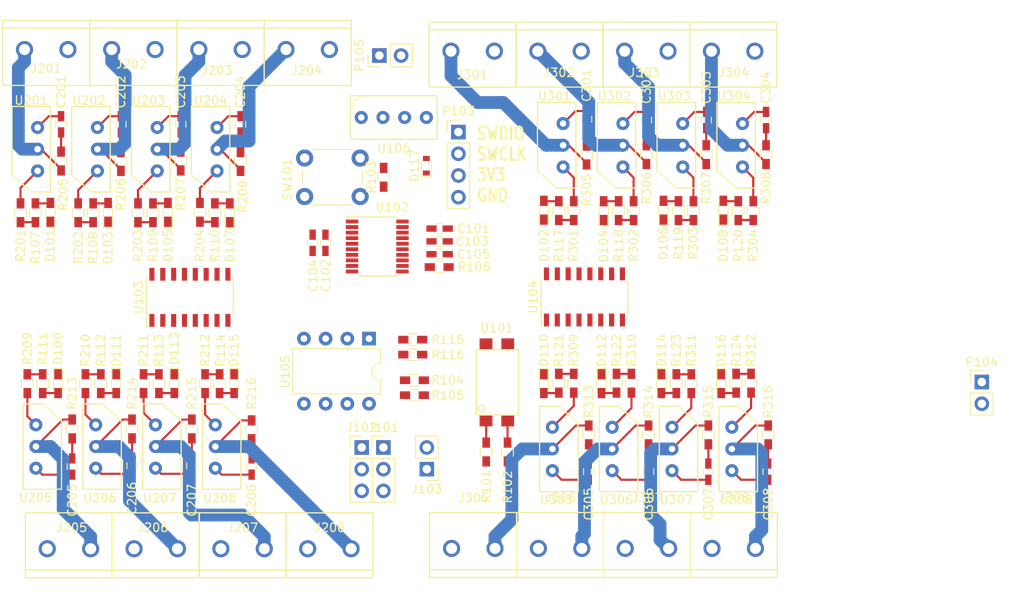
<source format=kicad_pcb>
(kicad_pcb (version 4) (host pcbnew 4.0.7)
  (layers (0 F.Cu signal) (1 In1.Cu power) (2 In2.Cu power) (31 B.Cu mixed) (35 F.Paste user) (37 F.SilkS user) (39 F.Mask user) (44 Edge.Cuts user))
  (net 0 "")
  (net 1 +3V3)
  (net 2 GND)
  (net 3 AC-N)
  (net 4 "Net-(C201-Pad2)")
  (net 5 "Net-(C202-Pad2)")
  (net 6 "Net-(C203-Pad2)")
  (net 7 "Net-(C204-Pad2)")
  (net 8 "Net-(C205-Pad2)")
  (net 9 "Net-(C206-Pad2)")
  (net 10 "Net-(C207-Pad2)")
  (net 11 "Net-(C208-Pad2)")
  (net 12 "Net-(C301-Pad2)")
  (net 13 "Net-(C302-Pad2)")
  (net 14 "Net-(C303-Pad2)")
  (net 15 "Net-(C304-Pad2)")
  (net 16 "Net-(C305-Pad2)")
  (net 17 "Net-(C306-Pad2)")
  (net 18 "Net-(C307-Pad2)")
  (net 19 "Net-(C308-Pad2)")
  (net 20 /I2C_SCL)
  (net 21 /I2C_SDA)
  (net 22 /STM_SWDIO)
  (net 23 /STM_SWCLK)
  (net 24 /Output-BankA/AC_LOAD-A)
  (net 25 AC-H)
  (net 26 /Output-BankA/AC_LOAD-B)
  (net 27 /Output-BankA/AC_LOAD-C)
  (net 28 /Output-BankA/AC_LOAD-D)
  (net 29 /Output-BankB/AC_LOAD-A)
  (net 30 /Output-BankB/AC_LOAD-B)
  (net 31 /Output-BankB/AC_LOAD-C)
  (net 32 /Output-BankB/AC_LOAD-D)
  (net 33 "Net-(R101-Pad1)")
  (net 34 "Net-(R102-Pad1)")
  (net 35 /STM_~RST)
  (net 36 /ZERO_CROSS)
  (net 37 "Net-(R203-Pad1)")
  (net 38 "Net-(R204-Pad1)")
  (net 39 "Net-(R303-Pad1)")
  (net 40 "Net-(R304-Pad1)")
  (net 41 "Net-(U102-Pad2)")
  (net 42 "Net-(U102-Pad3)")
  (net 43 /Shift_SER)
  (net 44 /Shift_SRCLK)
  (net 45 /Shift_~SRCLR)
  (net 46 /Shift_RCLK)
  (net 47 /Shift_~OE)
  (net 48 "Net-(U102-Pad12)")
  (net 49 "Net-(U102-Pad13)")
  (net 50 "Net-(U102-Pad14)")
  (net 51 "Net-(U103-Pad9)")
  (net 52 "Net-(U104-Pad9)")
  (net 53 "Net-(D101-Pad2)")
  (net 54 "Net-(D103-Pad2)")
  (net 55 "Net-(D105-Pad2)")
  (net 56 "Net-(D107-Pad2)")
  (net 57 /+12V_IN)
  (net 58 /CHAN8)
  (net 59 /CHAN9)
  (net 60 /CHAN10)
  (net 61 /CHAN11)
  (net 62 "Net-(D109-Pad2)")
  (net 63 /CHAN12)
  (net 64 "Net-(D111-Pad2)")
  (net 65 /CHAN13)
  (net 66 "Net-(D113-Pad2)")
  (net 67 /CHAN14)
  (net 68 "Net-(D115-Pad2)")
  (net 69 /CHAN15)
  (net 70 /GND_IN)
  (net 71 /3v_ISO)
  (net 72 /Output-BankA/AC_LOAD-E)
  (net 73 /Output-BankA/AC_LOAD-F)
  (net 74 /Output-BankA/AC_LOAD-G)
  (net 75 /Output-BankA/AC_LOAD-H)
  (net 76 /Output-BankB/AC_LOAD-E)
  (net 77 /Output-BankB/AC_LOAD-F)
  (net 78 /Output-BankB/AC_LOAD-G)
  (net 79 /Output-BankB/AC_LOAD-H)
  (net 80 /3v3_ISO)
  (net 81 /CHAN0)
  (net 82 /CHAN1)
  (net 83 /CHAN2)
  (net 84 /CHAN3)
  (net 85 /CHAN4)
  (net 86 /CHAN5)
  (net 87 /CHAN6)
  (net 88 /CHAN7)
  (net 89 /STM_SCL)
  (net 90 /STM_SDA)
  (net 91 "Net-(R211-Pad1)")
  (net 92 "Net-(R212-Pad1)")
  (net 93 "Net-(R311-Pad1)")
  (net 94 "Net-(R312-Pad1)")
  (net 95 "Net-(R201-Pad1)")
  (net 96 "Net-(R202-Pad1)")
  (net 97 "Net-(R209-Pad1)")
  (net 98 "Net-(R210-Pad1)")
  (net 99 "Net-(R301-Pad1)")
  (net 100 "Net-(R302-Pad1)")
  (net 101 "Net-(R309-Pad1)")
  (net 102 "Net-(R310-Pad1)")
  (net 103 "Net-(D102-Pad2)")
  (net 104 "Net-(D104-Pad2)")
  (net 105 "Net-(D106-Pad2)")
  (net 106 "Net-(D108-Pad2)")
  (net 107 "Net-(D110-Pad2)")
  (net 108 "Net-(D112-Pad2)")
  (net 109 "Net-(D114-Pad2)")
  (net 110 "Net-(D116-Pad2)")
  (net 111 /STM_VCC)
  (module Capacitors_SMD:C_0603_HandSoldering (layer F.Cu) (at 110.55 102.5)
    (fp_text reference C101 (at 3.95 0) (layer F.SilkS))
    (fp_text value 100nF)
    (pad 1 smd rect (at -0.95 0) (size 1.2 0.75) (layers F.Cu F.Paste F.Mask) (net 1 +3V3))
    (pad 2 smd rect (at 0.95 0) (size 1.2 0.75) (layers F.Cu F.Paste F.Mask) (net 2 GND))
  )
  (module Capacitors_SMD:C_0603_HandSoldering (layer F.Cu) (at 97.187362 104.16627 270)
    (fp_text reference C102 (at 3.83373 -0.05 270) (layer F.SilkS))
    (fp_text value 10nF)
    (pad 1 smd rect (at -0.95 0 270) (size 1.2 0.75) (layers F.Cu F.Paste F.Mask) (net 1 +3V3))
    (pad 2 smd rect (at 0.95 0 270) (size 1.2 0.75) (layers F.Cu F.Paste F.Mask) (net 2 GND))
  )
  (module Capacitors_SMD:C_0603_HandSoldering (layer F.Cu) (at 110.55 104)
    (fp_text reference C103 (at 3.8 0) (layer F.SilkS))
    (fp_text value 100nF hide)
    (pad 1 smd rect (at -0.95 0) (size 1.2 0.75) (layers F.Cu F.Paste F.Mask) (net 1 +3V3))
    (pad 2 smd rect (at 0.95 0) (size 1.2 0.75) (layers F.Cu F.Paste F.Mask) (net 2 GND))
  )
  (module Capacitors_SMD:C_0603_HandSoldering (layer F.Cu) (at 95.687362 104.16627 270)
    (fp_text reference C104 (at 3.83373 -0.062638 270) (layer F.SilkS))
    (fp_text value 1uF)
    (pad 1 smd rect (at -0.95 0 270) (size 1.2 0.75) (layers F.Cu F.Paste F.Mask) (net 1 +3V3))
    (pad 2 smd rect (at 0.95 0 270) (size 1.2 0.75) (layers F.Cu F.Paste F.Mask) (net 2 GND))
  )
  (module Capacitors_SMD:C_0603_HandSoldering (layer F.Cu) (at 110.55 105.5)
    (fp_text reference C105 (at 3.95 0) (layer F.SilkS))
    (fp_text value 4.7uF)
    (pad 1 smd rect (at -0.95 0) (size 1.2 0.75) (layers F.Cu F.Paste F.Mask) (net 1 +3V3))
    (pad 2 smd rect (at 0.95 0) (size 1.2 0.75) (layers F.Cu F.Paste F.Mask) (net 2 GND))
  )
  (module Capacitors_SMD:C_0603_HandSoldering (layer F.Cu) (at 66.25 90.3 270)
    (fp_text reference C201 (at -3.8 0 270) (layer F.SilkS))
    (fp_text value 22n)
    (pad 1 smd rect (at -0.95 0 270) (size 1.2 0.75) (layers F.Cu F.Paste F.Mask) (net 3 AC-N))
    (pad 2 smd rect (at 0.95 0 270) (size 1.2 0.75) (layers F.Cu F.Paste F.Mask) (net 4 "Net-(C201-Pad2)"))
  )
  (module Capacitors_SMD:C_0603_HandSoldering (layer F.Cu) (at 73.25 90.3 270)
    (fp_text reference C202 (at -3.8 0 270) (layer F.SilkS))
    (fp_text value 22n)
    (pad 1 smd rect (at -0.95 0 270) (size 1.2 0.75) (layers F.Cu F.Paste F.Mask) (net 3 AC-N))
    (pad 2 smd rect (at 0.95 0 270) (size 1.2 0.75) (layers F.Cu F.Paste F.Mask) (net 5 "Net-(C202-Pad2)"))
  )
  (module Capacitors_SMD:C_0603_HandSoldering (layer F.Cu) (at 80.25 90.3 270)
    (fp_text reference C203 (at -3.8 0 270) (layer F.SilkS))
    (fp_text value 22n)
    (pad 1 smd rect (at -0.95 0 270) (size 1.2 0.75) (layers F.Cu F.Paste F.Mask) (net 3 AC-N))
    (pad 2 smd rect (at 0.95 0 270) (size 1.2 0.75) (layers F.Cu F.Paste F.Mask) (net 6 "Net-(C203-Pad2)"))
  )
  (module Capacitors_SMD:C_0603_HandSoldering (layer F.Cu) (at 87.25 90.3 270)
    (fp_text reference C204 (at -3.8 0 270) (layer F.SilkS))
    (fp_text value 22n)
    (pad 1 smd rect (at -0.95 0 270) (size 1.2 0.75) (layers F.Cu F.Paste F.Mask) (net 3 AC-N))
    (pad 2 smd rect (at 0.95 0 270) (size 1.2 0.75) (layers F.Cu F.Paste F.Mask) (net 7 "Net-(C204-Pad2)"))
  )
  (module Capacitors_SMD:C_0603_HandSoldering (layer F.Cu) (at 67.55 130.35 90)
    (fp_text reference C205 (at -3.95 0 90) (layer F.SilkS))
    (fp_text value 22n)
    (pad 1 smd rect (at -0.95 0 90) (size 1.2 0.75) (layers F.Cu F.Paste F.Mask) (net 3 AC-N))
    (pad 2 smd rect (at 0.95 0 90) (size 1.2 0.75) (layers F.Cu F.Paste F.Mask) (net 8 "Net-(C205-Pad2)"))
  )
  (module Capacitors_SMD:C_0603_HandSoldering (layer F.Cu) (at 74.55 130.25 90)
    (fp_text reference C206 (at -3.8 0 90) (layer F.SilkS))
    (fp_text value 22n)
    (pad 1 smd rect (at -0.95 0 90) (size 1.2 0.75) (layers F.Cu F.Paste F.Mask) (net 3 AC-N))
    (pad 2 smd rect (at 0.95 0 90) (size 1.2 0.75) (layers F.Cu F.Paste F.Mask) (net 9 "Net-(C206-Pad2)"))
  )
  (module Capacitors_SMD:C_0603_HandSoldering (layer F.Cu) (at 81.55 130.25 90)
    (fp_text reference C207 (at -4.05 0 90) (layer F.SilkS))
    (fp_text value 22n)
    (pad 1 smd rect (at -0.95 0 90) (size 1.2 0.75) (layers F.Cu F.Paste F.Mask) (net 3 AC-N))
    (pad 2 smd rect (at 0.95 0 90) (size 1.2 0.75) (layers F.Cu F.Paste F.Mask) (net 10 "Net-(C207-Pad2)"))
  )
  (module Capacitors_SMD:C_0603_HandSoldering (layer F.Cu) (at 88.55 130.35 90)
    (fp_text reference C208 (at -3.95 0 90) (layer F.SilkS))
    (fp_text value 22n)
    (pad 1 smd rect (at -0.95 0 90) (size 1.2 0.75) (layers F.Cu F.Paste F.Mask) (net 3 AC-N))
    (pad 2 smd rect (at 0.95 0 90) (size 1.2 0.75) (layers F.Cu F.Paste F.Mask) (net 11 "Net-(C208-Pad2)"))
  )
  (module Capacitors_SMD:C_0603_HandSoldering (layer F.Cu) (at 127.75 89.7 270)
    (fp_text reference C301 (at -3.95 0 270) (layer F.SilkS))
    (fp_text value 22n)
    (pad 1 smd rect (at -0.95 0 270) (size 1.2 0.75) (layers F.Cu F.Paste F.Mask) (net 3 AC-N))
    (pad 2 smd rect (at 0.95 0 270) (size 1.2 0.75) (layers F.Cu F.Paste F.Mask) (net 12 "Net-(C301-Pad2)"))
  )
  (module Capacitors_SMD:C_0603_HandSoldering (layer F.Cu) (at 134.75 89.8 270)
    (fp_text reference C302 (at -3.8 0 270) (layer F.SilkS))
    (fp_text value 22n)
    (pad 1 smd rect (at -0.95 0 270) (size 1.2 0.75) (layers F.Cu F.Paste F.Mask) (net 3 AC-N))
    (pad 2 smd rect (at 0.95 0 270) (size 1.2 0.75) (layers F.Cu F.Paste F.Mask) (net 13 "Net-(C302-Pad2)"))
  )
  (module Capacitors_SMD:C_0603_HandSoldering (layer F.Cu) (at 141.75 89.8 270)
    (fp_text reference C303 (at -3.8 0 270) (layer F.SilkS))
    (fp_text value 22n)
    (pad 1 smd rect (at -0.95 0 270) (size 1.2 0.75) (layers F.Cu F.Paste F.Mask) (net 3 AC-N))
    (pad 2 smd rect (at 0.95 0 270) (size 1.2 0.75) (layers F.Cu F.Paste F.Mask) (net 14 "Net-(C303-Pad2)"))
  )
  (module Capacitors_SMD:C_0603_HandSoldering (layer F.Cu) (at 148.75 89.8 270)
    (fp_text reference C304 (at -3.8 0 270) (layer F.SilkS))
    (fp_text value 22n)
    (pad 1 smd rect (at -0.95 0 270) (size 1.2 0.75) (layers F.Cu F.Paste F.Mask) (net 3 AC-N))
    (pad 2 smd rect (at 0.95 0 270) (size 1.2 0.75) (layers F.Cu F.Paste F.Mask) (net 15 "Net-(C304-Pad2)"))
  )
  (module Capacitors_SMD:C_0603_HandSoldering (layer F.Cu) (at 128 130.95 90)
    (fp_text reference C305 (at -3.8 0 90) (layer F.SilkS))
    (fp_text value 22n)
    (pad 1 smd rect (at -0.95 0 90) (size 1.2 0.75) (layers F.Cu F.Paste F.Mask) (net 3 AC-N))
    (pad 2 smd rect (at 0.95 0 90) (size 1.2 0.75) (layers F.Cu F.Paste F.Mask) (net 16 "Net-(C305-Pad2)"))
  )
  (module Capacitors_SMD:C_0603_HandSoldering (layer F.Cu) (at 135 130.95 90)
    (fp_text reference C306 (at -3.8 0 90) (layer F.SilkS))
    (fp_text value 22n)
    (pad 1 smd rect (at -0.95 0 90) (size 1.2 0.75) (layers F.Cu F.Paste F.Mask) (net 3 AC-N))
    (pad 2 smd rect (at 0.95 0 90) (size 1.2 0.75) (layers F.Cu F.Paste F.Mask) (net 17 "Net-(C306-Pad2)"))
  )
  (module Capacitors_SMD:C_0603_HandSoldering (layer F.Cu) (at 142 130.95 90)
    (fp_text reference C307 (at -3.8 0 90) (layer F.SilkS))
    (fp_text value 22n)
    (pad 1 smd rect (at -0.95 0 90) (size 1.2 0.75) (layers F.Cu F.Paste F.Mask) (net 3 AC-N))
    (pad 2 smd rect (at 0.95 0 90) (size 1.2 0.75) (layers F.Cu F.Paste F.Mask) (net 18 "Net-(C307-Pad2)"))
  )
  (module Capacitors_SMD:C_0603_HandSoldering (layer F.Cu) (at 149 130.95 90)
    (fp_text reference C308 (at -3.8 0 90) (layer F.SilkS))
    (fp_text value 22n)
    (pad 1 smd rect (at -0.95 0 90) (size 1.2 0.75) (layers F.Cu F.Paste F.Mask) (net 3 AC-N))
    (pad 2 smd rect (at 0.95 0 90) (size 1.2 0.75) (layers F.Cu F.Paste F.Mask) (net 19 "Net-(C308-Pad2)"))
  )
  (module LEDs:LED_0603_HandSoldering (layer F.Cu) (at 65 100.6 90)
    (fp_text reference D101 (at -3.9 0 90) (layer F.SilkS))
    (fp_text value LED)
    (pad 1 smd rect (at -1.1 0 90) (size 1.2 0.9) (layers F.Cu F.Paste F.Mask) (net 2 GND))
    (pad 2 smd rect (at 1.1 0 90) (size 1.2 0.9) (layers F.Cu F.Paste F.Mask) (net 53 "Net-(D101-Pad2)"))
  )
  (module LEDs:LED_0603_HandSoldering (layer F.Cu) (at 122.75 100.35 90)
    (fp_text reference D102 (at -4.15 0 90) (layer F.SilkS))
    (fp_text value LED)
    (pad 1 smd rect (at -1.1 0 90) (size 1.2 0.9) (layers F.Cu F.Paste F.Mask) (net 2 GND))
    (pad 2 smd rect (at 1.1 0 90) (size 1.2 0.9) (layers F.Cu F.Paste F.Mask) (net 103 "Net-(D102-Pad2)"))
  )
  (module LEDs:LED_0603_HandSoldering (layer F.Cu) (at 71.75 100.6 90)
    (fp_text reference D103 (at -4.15 0 90) (layer F.SilkS))
    (fp_text value LED)
    (pad 1 smd rect (at -1.1 0 90) (size 1.2 0.9) (layers F.Cu F.Paste F.Mask) (net 2 GND))
    (pad 2 smd rect (at 1.1 0 90) (size 1.2 0.9) (layers F.Cu F.Paste F.Mask) (net 54 "Net-(D103-Pad2)"))
  )
  (module LEDs:LED_0603_HandSoldering (layer F.Cu) (at 129.75 100.4 90)
    (fp_text reference D104 (at -4.15 0 90) (layer F.SilkS))
    (fp_text value LED)
    (pad 1 smd rect (at -1.1 0 90) (size 1.2 0.9) (layers F.Cu F.Paste F.Mask) (net 2 GND))
    (pad 2 smd rect (at 1.1 0 90) (size 1.2 0.9) (layers F.Cu F.Paste F.Mask) (net 104 "Net-(D104-Pad2)"))
  )
  (module LEDs:LED_0603_HandSoldering (layer F.Cu) (at 78.75 100.6 90)
    (fp_text reference D105 (at -3.9 0 90) (layer F.SilkS))
    (fp_text value LED)
    (pad 1 smd rect (at -1.1 0 90) (size 1.2 0.9) (layers F.Cu F.Paste F.Mask) (net 2 GND))
    (pad 2 smd rect (at 1.1 0 90) (size 1.2 0.9) (layers F.Cu F.Paste F.Mask) (net 55 "Net-(D105-Pad2)"))
  )
  (module LEDs:LED_0603_HandSoldering (layer F.Cu) (at 136.75 100.35 90)
    (fp_text reference D106 (at -3.9 0 90) (layer F.SilkS))
    (fp_text value LED)
    (pad 1 smd rect (at -1.1 0 90) (size 1.2 0.9) (layers F.Cu F.Paste F.Mask) (net 2 GND))
    (pad 2 smd rect (at 1.1 0 90) (size 1.2 0.9) (layers F.Cu F.Paste F.Mask) (net 105 "Net-(D106-Pad2)"))
  )
  (module LEDs:LED_0603_HandSoldering (layer F.Cu) (at 86 100.65 90)
    (fp_text reference D107 (at -3.9 0 90) (layer F.SilkS))
    (fp_text value LED)
    (pad 1 smd rect (at -1.1 0 90) (size 1.2 0.9) (layers F.Cu F.Paste F.Mask) (net 2 GND))
    (pad 2 smd rect (at 1.1 0 90) (size 1.2 0.9) (layers F.Cu F.Paste F.Mask) (net 56 "Net-(D107-Pad2)"))
  )
  (module LEDs:LED_0603_HandSoldering (layer F.Cu) (at 143.75 100.35 90)
    (fp_text reference D108 (at -4.15 0 90) (layer F.SilkS))
    (fp_text value LED)
    (pad 1 smd rect (at -1.1 0 90) (size 1.2 0.9) (layers F.Cu F.Paste F.Mask) (net 2 GND))
    (pad 2 smd rect (at 1.1 0 90) (size 1.2 0.9) (layers F.Cu F.Paste F.Mask) (net 106 "Net-(D108-Pad2)"))
  )
  (module LEDs:LED_0603_HandSoldering (layer F.Cu) (at 65.9 120.65 270)
    (fp_text reference D109 (at -4.1 0 270) (layer F.SilkS))
    (fp_text value LED)
    (pad 1 smd rect (at -1.1 0 270) (size 1.2 0.9) (layers F.Cu F.Paste F.Mask) (net 2 GND))
    (pad 2 smd rect (at 1.1 0 270) (size 1.2 0.9) (layers F.Cu F.Paste F.Mask) (net 62 "Net-(D109-Pad2)"))
  )
  (module LEDs:LED_0603_HandSoldering (layer F.Cu) (at 122.75 120.65 270)
    (fp_text reference D110 (at -3.9 0 270) (layer F.SilkS))
    (fp_text value LED)
    (pad 1 smd rect (at -1.1 0 270) (size 1.2 0.9) (layers F.Cu F.Paste F.Mask) (net 2 GND))
    (pad 2 smd rect (at 1.1 0 270) (size 1.2 0.9) (layers F.Cu F.Paste F.Mask) (net 107 "Net-(D110-Pad2)"))
  )
  (module LEDs:LED_0603_HandSoldering (layer F.Cu) (at 72.7 120.65 270)
    (fp_text reference D111 (at -3.9 0 270) (layer F.SilkS))
    (fp_text value LED)
    (pad 1 smd rect (at -1.1 0 270) (size 1.2 0.9) (layers F.Cu F.Paste F.Mask) (net 2 GND))
    (pad 2 smd rect (at 1.1 0 270) (size 1.2 0.9) (layers F.Cu F.Paste F.Mask) (net 64 "Net-(D111-Pad2)"))
  )
  (module LEDs:LED_0603_HandSoldering (layer F.Cu) (at 129.5 120.65 270)
    (fp_text reference D112 (at -3.9 0 270) (layer F.SilkS))
    (fp_text value LED)
    (pad 1 smd rect (at -1.1 0 270) (size 1.2 0.9) (layers F.Cu F.Paste F.Mask) (net 2 GND))
    (pad 2 smd rect (at 1.1 0 270) (size 1.2 0.9) (layers F.Cu F.Paste F.Mask) (net 108 "Net-(D112-Pad2)"))
  )
  (module LEDs:LED_0603_HandSoldering (layer F.Cu) (at 79.5 120.65 270)
    (fp_text reference D113 (at -4.1 0 270) (layer F.SilkS))
    (fp_text value LED)
    (pad 1 smd rect (at -1.1 0 270) (size 1.2 0.9) (layers F.Cu F.Paste F.Mask) (net 2 GND))
    (pad 2 smd rect (at 1.1 0 270) (size 1.2 0.9) (layers F.Cu F.Paste F.Mask) (net 66 "Net-(D113-Pad2)"))
  )
  (module LEDs:LED_0603_HandSoldering (layer F.Cu) (at 136.5 120.65 270)
    (fp_text reference D114 (at -3.9 0 270) (layer F.SilkS))
    (fp_text value LED)
    (pad 1 smd rect (at -1.1 0 270) (size 1.2 0.9) (layers F.Cu F.Paste F.Mask) (net 2 GND))
    (pad 2 smd rect (at 1.1 0 270) (size 1.2 0.9) (layers F.Cu F.Paste F.Mask) (net 109 "Net-(D114-Pad2)"))
  )
  (module LEDs:LED_0603_HandSoldering (layer F.Cu) (at 86.5 120.65 270)
    (fp_text reference D115 (at -3.9 0 270) (layer F.SilkS))
    (fp_text value LED)
    (pad 1 smd rect (at -1.1 0 270) (size 1.2 0.9) (layers F.Cu F.Paste F.Mask) (net 2 GND))
    (pad 2 smd rect (at 1.1 0 270) (size 1.2 0.9) (layers F.Cu F.Paste F.Mask) (net 68 "Net-(D115-Pad2)"))
  )
  (module LEDs:LED_0603_HandSoldering (layer F.Cu) (at 143.5 120.65 270)
    (fp_text reference D116 (at -3.9 0 270) (layer F.SilkS))
    (fp_text value LED)
    (pad 1 smd rect (at -1.1 0 270) (size 1.2 0.9) (layers F.Cu F.Paste F.Mask) (net 2 GND))
    (pad 2 smd rect (at 1.1 0 270) (size 1.2 0.9) (layers F.Cu F.Paste F.Mask) (net 110 "Net-(D116-Pad2)"))
  )
  (module Pin_Headers:Pin_Header_Straight_1x03_Pitch2.54mm (layer F.Cu) (at 103.97 128.12)
    (fp_text reference J101 (at 0 -2.33) (layer F.SilkS))
    (fp_text value Conn_01x03 hide)
    (pad 1 thru_hole rect (at 0 0) (size 1.7 1.7) (drill 1) (layers *.Cu *.Mask) (net 20 /I2C_SCL))
    (pad 2 thru_hole oval (at 0 2.54) (size 1.7 1.7) (drill 1) (layers *.Cu *.Mask) (net 21 /I2C_SDA))
    (pad 3 thru_hole oval (at 0 5.08) (size 1.7 1.7) (drill 1) (layers *.Cu *.Mask) (net 70 /GND_IN))
  )
  (module Pin_Headers:Pin_Header_Straight_1x03_Pitch2.54mm (layer F.Cu) (at 101.43 128.12)
    (fp_text reference J102 (at 0 -2.33) (layer F.SilkS))
    (fp_text value Conn_01x03 hide)
    (pad 1 thru_hole rect (at 0 0) (size 1.7 1.7) (drill 1) (layers *.Cu *.Mask) (net 20 /I2C_SCL))
    (pad 2 thru_hole oval (at 0 2.54) (size 1.7 1.7) (drill 1) (layers *.Cu *.Mask) (net 21 /I2C_SDA))
    (pad 3 thru_hole oval (at 0 5.08) (size 1.7 1.7) (drill 1) (layers *.Cu *.Mask) (net 70 /GND_IN))
  )
  (module Pin_Headers:Pin_Header_Straight_1x02_Pitch2.54mm (layer F.Cu) (at 109.05 130.66 180)
    (fp_text reference J103 (at 0 -2.33 180) (layer F.SilkS))
    (fp_text value Conn_01x02 hide)
    (pad 1 thru_hole rect (at 0 0 180) (size 1.7 1.7) (drill 1) (layers *.Cu *.Mask) (net 70 /GND_IN))
    (pad 2 thru_hole oval (at 0 2.54 180) (size 1.7 1.7) (drill 1) (layers *.Cu *.Mask) (net 71 /3v_ISO))
  )
  (module Connectors_OnShore:OSTTC022162 (layer F.Cu) (at 64.51 81.55)
    (fp_text reference J201 (at -0.01 2.2) (layer F.SilkS))
    (fp_text value Conn_01x02)
    (pad 1 thru_hole circle (at -2.54 0) (size 2 2) (drill 1.3) (layers *.Cu *.Mask) (net 24 /Output-BankA/AC_LOAD-A))
    (pad 2 thru_hole circle (at 2.54 0) (size 2 2) (drill 1.3) (layers *.Cu *.Mask) (net 25 AC-H))
  )
  (module Connectors_OnShore:OSTTC022162 (layer F.Cu) (at 74.71 81.55)
    (fp_text reference J202 (at -0.21 1.7) (layer F.SilkS))
    (fp_text value Conn_01x02)
    (pad 1 thru_hole circle (at -2.54 0) (size 2 2) (drill 1.3) (layers *.Cu *.Mask) (net 26 /Output-BankA/AC_LOAD-B))
    (pad 2 thru_hole circle (at 2.54 0) (size 2 2) (drill 1.3) (layers *.Cu *.Mask) (net 25 AC-H))
  )
  (module Connectors_OnShore:OSTTC022162 (layer F.Cu) (at 84.91 81.55)
    (fp_text reference J203 (at -0.41 2.45) (layer F.SilkS))
    (fp_text value Conn_01x02)
    (pad 1 thru_hole circle (at -2.54 0) (size 2 2) (drill 1.3) (layers *.Cu *.Mask) (net 27 /Output-BankA/AC_LOAD-C))
    (pad 2 thru_hole circle (at 2.54 0) (size 2 2) (drill 1.3) (layers *.Cu *.Mask) (net 25 AC-H))
  )
  (module Connectors_OnShore:OSTTC022162 (layer F.Cu) (at 95.11 81.55)
    (fp_text reference J204 (at -0.11 2.45) (layer F.SilkS))
    (fp_text value Conn_01x02)
    (pad 1 thru_hole circle (at -2.54 0) (size 2 2) (drill 1.3) (layers *.Cu *.Mask) (net 28 /Output-BankA/AC_LOAD-D))
    (pad 2 thru_hole circle (at 2.54 0) (size 2 2) (drill 1.3) (layers *.Cu *.Mask) (net 25 AC-H))
  )
  (module Connectors_OnShore:OSTTC022162 (layer F.Cu) (at 67.17 139.97 180)
    (fp_text reference J205 (at -0.33 2.47 180) (layer F.SilkS))
    (fp_text value Conn_01x02)
    (pad 1 thru_hole circle (at -2.54 0 180) (size 2 2) (drill 1.3) (layers *.Cu *.Mask) (net 72 /Output-BankA/AC_LOAD-E))
    (pad 2 thru_hole circle (at 2.54 0 180) (size 2 2) (drill 1.3) (layers *.Cu *.Mask) (net 25 AC-H))
  )
  (module Connectors_OnShore:OSTTC022162 (layer F.Cu) (at 77.33 139.97 180)
    (fp_text reference J206 (at 0.33 2.47 180) (layer F.SilkS))
    (fp_text value Conn_01x02)
    (pad 1 thru_hole circle (at -2.54 0 180) (size 2 2) (drill 1.3) (layers *.Cu *.Mask) (net 73 /Output-BankA/AC_LOAD-F))
    (pad 2 thru_hole circle (at 2.54 0 180) (size 2 2) (drill 1.3) (layers *.Cu *.Mask) (net 25 AC-H))
  )
  (module Connectors_OnShore:OSTTC022162 (layer F.Cu) (at 87.49 139.97 180)
    (fp_text reference J207 (at -0.01 2.47 180) (layer F.SilkS))
    (fp_text value Conn_01x02)
    (pad 1 thru_hole circle (at -2.54 0 180) (size 2 2) (drill 1.3) (layers *.Cu *.Mask) (net 74 /Output-BankA/AC_LOAD-G))
    (pad 2 thru_hole circle (at 2.54 0 180) (size 2 2) (drill 1.3) (layers *.Cu *.Mask) (net 25 AC-H))
  )
  (module Connectors_OnShore:OSTTC022162 (layer F.Cu) (at 97.65 139.97 180)
    (fp_text reference J208 (at -0.05 2.47 180) (layer F.SilkS))
    (fp_text value Conn_01x02)
    (pad 1 thru_hole circle (at -2.54 0 180) (size 2 2) (drill 1.3) (layers *.Cu *.Mask) (net 75 /Output-BankA/AC_LOAD-H))
    (pad 2 thru_hole circle (at 2.54 0 180) (size 2 2) (drill 1.3) (layers *.Cu *.Mask) (net 25 AC-H))
  )
  (module Connectors_OnShore:OSTTC022162 (layer F.Cu) (at 114.42 81.74)
    (fp_text reference J301 (at -0.05 2.76) (layer F.SilkS))
    (fp_text value Conn_01x02)
    (pad 1 thru_hole circle (at -2.54 0) (size 2 2) (drill 1.3) (layers *.Cu *.Mask) (net 29 /Output-BankB/AC_LOAD-A))
    (pad 2 thru_hole circle (at 2.54 0) (size 2 2) (drill 1.3) (layers *.Cu *.Mask) (net 25 AC-H))
  )
  (module Connectors_OnShore:OSTTC022162 (layer F.Cu) (at 124.58 81.74)
    (fp_text reference J302 (at -0.05 2.51) (layer F.SilkS))
    (fp_text value Conn_01x02)
    (pad 1 thru_hole circle (at -2.54 0) (size 2 2) (drill 1.3) (layers *.Cu *.Mask) (net 30 /Output-BankB/AC_LOAD-B))
    (pad 2 thru_hole circle (at 2.54 0) (size 2 2) (drill 1.3) (layers *.Cu *.Mask) (net 25 AC-H))
  )
  (module Connectors_OnShore:OSTTC022162 (layer F.Cu) (at 134.74 81.74)
    (fp_text reference J303 (at -0.24 2.51) (layer F.SilkS))
    (fp_text value Conn_01x02)
    (pad 1 thru_hole circle (at -2.54 0) (size 2 2) (drill 1.3) (layers *.Cu *.Mask) (net 31 /Output-BankB/AC_LOAD-C))
    (pad 2 thru_hole circle (at 2.54 0) (size 2 2) (drill 1.3) (layers *.Cu *.Mask) (net 25 AC-H))
  )
  (module Connectors_OnShore:OSTTC022162 (layer F.Cu) (at 144.9 81.74)
    (fp_text reference J304 (at 0.1 2.51) (layer F.SilkS))
    (fp_text value Conn_01x02)
    (pad 1 thru_hole circle (at -2.54 0) (size 2 2) (drill 1.3) (layers *.Cu *.Mask) (net 32 /Output-BankB/AC_LOAD-D))
    (pad 2 thru_hole circle (at 2.54 0) (size 2 2) (drill 1.3) (layers *.Cu *.Mask) (net 25 AC-H))
  )
  (module Connectors_OnShore:OSTTC022162 (layer F.Cu) (at 114.49 139.93 180)
    (fp_text reference J305 (at -0.05 5.9 180) (layer F.SilkS))
    (fp_text value Conn_01x02)
    (pad 1 thru_hole circle (at -2.54 0 180) (size 2 2) (drill 1.3) (layers *.Cu *.Mask) (net 76 /Output-BankB/AC_LOAD-E))
    (pad 2 thru_hole circle (at 2.54 0 180) (size 2 2) (drill 1.3) (layers *.Cu *.Mask) (net 25 AC-H))
  )
  (module Connectors_OnShore:OSTTC022162 (layer F.Cu) (at 124.65 139.93 180)
    (fp_text reference J306 (at -0.05 5.9 180) (layer F.SilkS))
    (fp_text value Conn_01x02)
    (pad 1 thru_hole circle (at -2.54 0 180) (size 2 2) (drill 1.3) (layers *.Cu *.Mask) (net 77 /Output-BankB/AC_LOAD-F))
    (pad 2 thru_hole circle (at 2.54 0 180) (size 2 2) (drill 1.3) (layers *.Cu *.Mask) (net 25 AC-H))
  )
  (module Connectors_OnShore:OSTTC022162 (layer F.Cu) (at 134.81 139.93 180)
    (fp_text reference J307 (at -0.05 5.9 180) (layer F.SilkS))
    (fp_text value Conn_01x02)
    (pad 1 thru_hole circle (at -2.54 0 180) (size 2 2) (drill 1.3) (layers *.Cu *.Mask) (net 78 /Output-BankB/AC_LOAD-G))
    (pad 2 thru_hole circle (at 2.54 0 180) (size 2 2) (drill 1.3) (layers *.Cu *.Mask) (net 25 AC-H))
  )
  (module Connectors_OnShore:OSTTC022162 (layer F.Cu) (at 144.97 139.93 180)
    (fp_text reference J308 (at -0.05 5.9 180) (layer F.SilkS))
    (fp_text value Conn_01x02)
    (pad 1 thru_hole circle (at -2.54 0 180) (size 2 2) (drill 1.3) (layers *.Cu *.Mask) (net 79 /Output-BankB/AC_LOAD-H))
    (pad 2 thru_hole circle (at 2.54 0 180) (size 2 2) (drill 1.3) (layers *.Cu *.Mask) (net 25 AC-H))
  )
  (module Pin_Headers:Pin_Header_Straight_1x02_Pitch2.54mm (layer F.Cu) (at 174 120.46)
    (fp_text reference P104 (at 0 -2.33) (layer F.SilkS))
    (fp_text value CONN_01X02)
    (pad 1 thru_hole rect (at 0 0) (size 1.7 1.7) (drill 1) (layers *.Cu *.Mask) (net 25 AC-H))
    (pad 2 thru_hole oval (at 0 2.54) (size 1.7 1.7) (drill 1) (layers *.Cu *.Mask) (net 3 AC-N))
  )
  (module Pin_Headers:Pin_Header_Straight_1x02_Pitch2.54mm (layer F.Cu) (at 103.5 82.25 90)
    (fp_text reference P105 (at 0 -2.33 90) (layer F.SilkS))
    (fp_text value CONN_01X02)
    (pad 1 thru_hole rect (at 0 0 90) (size 1.7 1.7) (drill 1) (layers *.Cu *.Mask) (net 57 /+12V_IN))
    (pad 2 thru_hole oval (at 0 2.54 90) (size 1.7 1.7) (drill 1) (layers *.Cu *.Mask) (net 70 /GND_IN))
  )
  (module Resistors_SMD:R_0603_HandSoldering (layer F.Cu) (at 116 128.65 270)
    (fp_text reference R101 (at 4 0 270) (layer F.SilkS))
    (fp_text value 16K)
    (pad 1 smd rect (at -1.1 0 270) (size 1.2 0.9) (layers F.Cu F.Paste F.Mask) (net 33 "Net-(R101-Pad1)"))
    (pad 2 smd rect (at 1.1 0 270) (size 1.2 0.9) (layers F.Cu F.Paste F.Mask) (net 25 AC-H))
  )
  (module Resistors_SMD:R_0603_HandSoldering (layer F.Cu) (at 118.5 128.65 270)
    (fp_text reference R102 (at 4.1 0 270) (layer F.SilkS))
    (fp_text value 16K)
    (pad 1 smd rect (at -1.1 0 270) (size 1.2 0.9) (layers F.Cu F.Paste F.Mask) (net 34 "Net-(R102-Pad1)"))
    (pad 2 smd rect (at 1.1 0 270) (size 1.2 0.9) (layers F.Cu F.Paste F.Mask) (net 3 AC-N))
  )
  (module Resistors_SMD:R_0603_HandSoldering (layer F.Cu) (at 104 96.5 90)
    (fp_text reference R103 (at 0 -1.45 90) (layer F.SilkS))
    (fp_text value 16K)
    (pad 1 smd rect (at -1.1 0 90) (size 1.2 0.9) (layers F.Cu F.Paste F.Mask) (net 1 +3V3))
    (pad 2 smd rect (at 1.1 0 90) (size 1.2 0.9) (layers F.Cu F.Paste F.Mask) (net 35 /STM_~RST))
  )
  (module Resistors_SMD:R_0603_HandSoldering (layer F.Cu) (at 107.6 120.25 180)
    (fp_text reference R104 (at -3.9 0 180) (layer F.SilkS))
    (fp_text value 2K)
    (pad 1 smd rect (at -1.1 0 180) (size 1.2 0.9) (layers F.Cu F.Paste F.Mask) (net 80 /3v3_ISO))
    (pad 2 smd rect (at 1.1 0 180) (size 1.2 0.9) (layers F.Cu F.Paste F.Mask) (net 20 /I2C_SCL))
  )
  (module Resistors_SMD:R_0603_HandSoldering (layer F.Cu) (at 107.6 122 180)
    (fp_text reference R105 (at -3.9 0 180) (layer F.SilkS))
    (fp_text value 2K)
    (pad 1 smd rect (at -1.1 0 180) (size 1.2 0.9) (layers F.Cu F.Paste F.Mask) (net 80 /3v3_ISO))
    (pad 2 smd rect (at 1.1 0 180) (size 1.2 0.9) (layers F.Cu F.Paste F.Mask) (net 21 /I2C_SDA))
  )
  (module Resistors_SMD:R_0603_HandSoldering (layer F.Cu) (at 110.5 107)
    (fp_text reference R106 (at 4.1 0) (layer F.SilkS))
    (fp_text value 2K)
    (pad 1 smd rect (at -1.1 0) (size 1.2 0.9) (layers F.Cu F.Paste F.Mask) (net 1 +3V3))
    (pad 2 smd rect (at 1.1 0) (size 1.2 0.9) (layers F.Cu F.Paste F.Mask) (net 36 /ZERO_CROSS))
  )
  (module Resistors_SMD:R_0603_HandSoldering (layer F.Cu) (at 63.25 100.65 270)
    (fp_text reference R107 (at 4.1 0 270) (layer F.SilkS))
    (fp_text value 160)
    (pad 1 smd rect (at -1.1 0 270) (size 1.2 0.9) (layers F.Cu F.Paste F.Mask) (net 53 "Net-(D101-Pad2)"))
    (pad 2 smd rect (at 1.1 0 270) (size 1.2 0.9) (layers F.Cu F.Paste F.Mask) (net 81 /CHAN0))
  )
  (module Resistors_SMD:R_0603_HandSoldering (layer F.Cu) (at 70 100.65 270)
    (fp_text reference R108 (at 4.1 0 270) (layer F.SilkS))
    (fp_text value 160)
    (pad 1 smd rect (at -1.1 0 270) (size 1.2 0.9) (layers F.Cu F.Paste F.Mask) (net 54 "Net-(D103-Pad2)"))
    (pad 2 smd rect (at 1.1 0 270) (size 1.2 0.9) (layers F.Cu F.Paste F.Mask) (net 82 /CHAN1))
  )
  (module Resistors_SMD:R_0603_HandSoldering (layer F.Cu) (at 77 100.65 270)
    (fp_text reference R109 (at 3.85 0 270) (layer F.SilkS))
    (fp_text value 160)
    (pad 1 smd rect (at -1.1 0 270) (size 1.2 0.9) (layers F.Cu F.Paste F.Mask) (net 55 "Net-(D105-Pad2)"))
    (pad 2 smd rect (at 1.1 0 270) (size 1.2 0.9) (layers F.Cu F.Paste F.Mask) (net 83 /CHAN2))
  )
  (module Resistors_SMD:R_0603_HandSoldering (layer F.Cu) (at 84.25 100.65 270)
    (fp_text reference R110 (at 3.85 0 270) (layer F.SilkS))
    (fp_text value 160)
    (pad 1 smd rect (at -1.1 0 270) (size 1.2 0.9) (layers F.Cu F.Paste F.Mask) (net 56 "Net-(D107-Pad2)"))
    (pad 2 smd rect (at 1.1 0 270) (size 1.2 0.9) (layers F.Cu F.Paste F.Mask) (net 84 /CHAN3))
  )
  (module Resistors_SMD:R_0603_HandSoldering (layer F.Cu) (at 64.1 120.65 90)
    (fp_text reference R111 (at 4.1 0 90) (layer F.SilkS))
    (fp_text value 160)
    (pad 1 smd rect (at -1.1 0 90) (size 1.2 0.9) (layers F.Cu F.Paste F.Mask) (net 62 "Net-(D109-Pad2)"))
    (pad 2 smd rect (at 1.1 0 90) (size 1.2 0.9) (layers F.Cu F.Paste F.Mask) (net 85 /CHAN4))
  )
  (module Resistors_SMD:R_0603_HandSoldering (layer F.Cu) (at 70.9 120.65 90)
    (fp_text reference R112 (at 3.9 0 90) (layer F.SilkS))
    (fp_text value 160)
    (pad 1 smd rect (at -1.1 0 90) (size 1.2 0.9) (layers F.Cu F.Paste F.Mask) (net 64 "Net-(D111-Pad2)"))
    (pad 2 smd rect (at 1.1 0 90) (size 1.2 0.9) (layers F.Cu F.Paste F.Mask) (net 86 /CHAN5))
  )
  (module Resistors_SMD:R_0603_HandSoldering (layer F.Cu) (at 77.7 120.65 90)
    (fp_text reference R113 (at 3.9 0 90) (layer F.SilkS))
    (fp_text value 160)
    (pad 1 smd rect (at -1.1 0 90) (size 1.2 0.9) (layers F.Cu F.Paste F.Mask) (net 66 "Net-(D113-Pad2)"))
    (pad 2 smd rect (at 1.1 0 90) (size 1.2 0.9) (layers F.Cu F.Paste F.Mask) (net 87 /CHAN6))
  )
  (module Resistors_SMD:R_0603_HandSoldering (layer F.Cu) (at 84.8 120.65 90)
    (fp_text reference R114 (at 3.9 0.1 90) (layer F.SilkS))
    (fp_text value 160)
    (pad 1 smd rect (at -1.1 0 90) (size 1.2 0.9) (layers F.Cu F.Paste F.Mask) (net 68 "Net-(D115-Pad2)"))
    (pad 2 smd rect (at 1.1 0 90) (size 1.2 0.9) (layers F.Cu F.Paste F.Mask) (net 88 /CHAN7))
  )
  (module Resistors_SMD:R_0603_HandSoldering (layer F.Cu) (at 107.4 115.5)
    (fp_text reference R115 (at 4.1 0) (layer F.SilkS))
    (fp_text value 680 hide)
    (pad 1 smd rect (at -1.1 0) (size 1.2 0.9) (layers F.Cu F.Paste F.Mask) (net 89 /STM_SCL))
    (pad 2 smd rect (at 1.1 0) (size 1.2 0.9) (layers F.Cu F.Paste F.Mask) (net 1 +3V3))
  )
  (module Resistors_SMD:R_0603_HandSoldering (layer F.Cu) (at 107.4 117.25)
    (fp_text reference R116 (at 4.1 0) (layer F.SilkS))
    (fp_text value 680)
    (pad 1 smd rect (at -1.1 0) (size 1.2 0.9) (layers F.Cu F.Paste F.Mask) (net 90 /STM_SDA))
    (pad 2 smd rect (at 1.1 0) (size 1.2 0.9) (layers F.Cu F.Paste F.Mask) (net 1 +3V3))
  )
  (module Resistors_SMD:R_0603_HandSoldering (layer F.Cu) (at 61.5 100.65 270)
    (fp_text reference R201 (at 3.85 0 270) (layer F.SilkS))
    (fp_text value 100)
    (pad 1 smd rect (at -1.1 0 270) (size 1.2 0.9) (layers F.Cu F.Paste F.Mask) (net 95 "Net-(R201-Pad1)"))
    (pad 2 smd rect (at 1.1 0 270) (size 1.2 0.9) (layers F.Cu F.Paste F.Mask) (net 81 /CHAN0))
  )
  (module Resistors_SMD:R_0603_HandSoldering (layer F.Cu) (at 68.25 100.65 270)
    (fp_text reference R202 (at 4.1 0 270) (layer F.SilkS))
    (fp_text value 100)
    (pad 1 smd rect (at -1.1 0 270) (size 1.2 0.9) (layers F.Cu F.Paste F.Mask) (net 96 "Net-(R202-Pad1)"))
    (pad 2 smd rect (at 1.1 0 270) (size 1.2 0.9) (layers F.Cu F.Paste F.Mask) (net 82 /CHAN1))
  )
  (module Resistors_SMD:R_0603_HandSoldering (layer F.Cu) (at 75.25 100.65 270)
    (fp_text reference R203 (at 3.85 0 270) (layer F.SilkS))
    (fp_text value 100)
    (pad 1 smd rect (at -1.1 0 270) (size 1.2 0.9) (layers F.Cu F.Paste F.Mask) (net 37 "Net-(R203-Pad1)"))
    (pad 2 smd rect (at 1.1 0 270) (size 1.2 0.9) (layers F.Cu F.Paste F.Mask) (net 83 /CHAN2))
  )
  (module Resistors_SMD:R_0603_HandSoldering (layer F.Cu) (at 82.5 100.6 270)
    (fp_text reference R204 (at 3.9 0 270) (layer F.SilkS))
    (fp_text value 100)
    (pad 1 smd rect (at -1.1 0 270) (size 1.2 0.9) (layers F.Cu F.Paste F.Mask) (net 38 "Net-(R204-Pad1)"))
    (pad 2 smd rect (at 1.1 0 270) (size 1.2 0.9) (layers F.Cu F.Paste F.Mask) (net 84 /CHAN3))
  )
  (module Resistors_SMD:R_0603_HandSoldering (layer F.Cu) (at 66.25 94.6 90)
    (fp_text reference R205 (at -3.9 0.25 90) (layer F.SilkS))
    (fp_text value 56)
    (pad 1 smd rect (at -1.1 0 90) (size 1.2 0.9) (layers F.Cu F.Paste F.Mask) (net 24 /Output-BankA/AC_LOAD-A))
    (pad 2 smd rect (at 1.1 0 90) (size 1.2 0.9) (layers F.Cu F.Paste F.Mask) (net 4 "Net-(C201-Pad2)"))
  )
  (module Resistors_SMD:R_0603_HandSoldering (layer F.Cu) (at 73.25 94.65 90)
    (fp_text reference R206 (at -3.85 0 90) (layer F.SilkS))
    (fp_text value 56)
    (pad 1 smd rect (at -1.1 0 90) (size 1.2 0.9) (layers F.Cu F.Paste F.Mask) (net 26 /Output-BankA/AC_LOAD-B))
    (pad 2 smd rect (at 1.1 0 90) (size 1.2 0.9) (layers F.Cu F.Paste F.Mask) (net 5 "Net-(C202-Pad2)"))
  )
  (module Resistors_SMD:R_0603_HandSoldering (layer F.Cu) (at 80.25 94.6 90)
    (fp_text reference R207 (at -3.9 0 90) (layer F.SilkS))
    (fp_text value 56)
    (pad 1 smd rect (at -1.1 0 90) (size 1.2 0.9) (layers F.Cu F.Paste F.Mask) (net 27 /Output-BankA/AC_LOAD-C))
    (pad 2 smd rect (at 1.1 0 90) (size 1.2 0.9) (layers F.Cu F.Paste F.Mask) (net 6 "Net-(C203-Pad2)"))
  )
  (module Resistors_SMD:R_0603_HandSoldering (layer F.Cu) (at 87.25 94.65 90)
    (fp_text reference R208 (at -4.1 0.25 90) (layer F.SilkS))
    (fp_text value 56)
    (pad 1 smd rect (at -1.1 0 90) (size 1.2 0.9) (layers F.Cu F.Paste F.Mask) (net 28 /Output-BankA/AC_LOAD-D))
    (pad 2 smd rect (at 1.1 0 90) (size 1.2 0.9) (layers F.Cu F.Paste F.Mask) (net 7 "Net-(C204-Pad2)"))
  )
  (module Resistors_SMD:R_0603_HandSoldering (layer F.Cu) (at 62.3 120.65 90)
    (fp_text reference R209 (at 4.1 0 90) (layer F.SilkS))
    (fp_text value 100)
    (pad 1 smd rect (at -1.1 0 90) (size 1.2 0.9) (layers F.Cu F.Paste F.Mask) (net 97 "Net-(R209-Pad1)"))
    (pad 2 smd rect (at 1.1 0 90) (size 1.2 0.9) (layers F.Cu F.Paste F.Mask) (net 85 /CHAN4))
  )
  (module Resistors_SMD:R_0603_HandSoldering (layer F.Cu) (at 69.1 120.65 90)
    (fp_text reference R210 (at 3.9 0 90) (layer F.SilkS))
    (fp_text value 100)
    (pad 1 smd rect (at -1.1 0 90) (size 1.2 0.9) (layers F.Cu F.Paste F.Mask) (net 98 "Net-(R210-Pad1)"))
    (pad 2 smd rect (at 1.1 0 90) (size 1.2 0.9) (layers F.Cu F.Paste F.Mask) (net 86 /CHAN5))
  )
  (module Resistors_SMD:R_0603_HandSoldering (layer F.Cu) (at 75.9 120.65 90)
    (fp_text reference R211 (at 3.9 0 90) (layer F.SilkS))
    (fp_text value 100)
    (pad 1 smd rect (at -1.1 0 90) (size 1.2 0.9) (layers F.Cu F.Paste F.Mask) (net 91 "Net-(R211-Pad1)"))
    (pad 2 smd rect (at 1.1 0 90) (size 1.2 0.9) (layers F.Cu F.Paste F.Mask) (net 87 /CHAN6))
  )
  (module Resistors_SMD:R_0603_HandSoldering (layer F.Cu) (at 83.1 120.65 90)
    (fp_text reference R212 (at 3.9 0 90) (layer F.SilkS))
    (fp_text value 100)
    (pad 1 smd rect (at -1.1 0 90) (size 1.2 0.9) (layers F.Cu F.Paste F.Mask) (net 92 "Net-(R212-Pad1)"))
    (pad 2 smd rect (at 1.1 0 90) (size 1.2 0.9) (layers F.Cu F.Paste F.Mask) (net 88 /CHAN7))
  )
  (module Resistors_SMD:R_0603_HandSoldering (layer F.Cu) (at 67.55 125.95 270)
    (fp_text reference R213 (at -4.15 0 270) (layer F.SilkS))
    (fp_text value 56)
    (pad 1 smd rect (at -1.1 0 270) (size 1.2 0.9) (layers F.Cu F.Paste F.Mask) (net 72 /Output-BankA/AC_LOAD-E))
    (pad 2 smd rect (at 1.1 0 270) (size 1.2 0.9) (layers F.Cu F.Paste F.Mask) (net 8 "Net-(C205-Pad2)"))
  )
  (module Resistors_SMD:R_0603_HandSoldering (layer F.Cu) (at 74.55 125.95 270)
    (fp_text reference R214 (at -4.15 0 270) (layer F.SilkS))
    (fp_text value 56)
    (pad 1 smd rect (at -1.1 0 270) (size 1.2 0.9) (layers F.Cu F.Paste F.Mask) (net 73 /Output-BankA/AC_LOAD-F))
    (pad 2 smd rect (at 1.1 0 270) (size 1.2 0.9) (layers F.Cu F.Paste F.Mask) (net 9 "Net-(C206-Pad2)"))
  )
  (module Resistors_SMD:R_0603_HandSoldering (layer F.Cu) (at 81.55 125.95 270)
    (fp_text reference R215 (at -4.15 0 270) (layer F.SilkS))
    (fp_text value 56)
    (pad 1 smd rect (at -1.1 0 270) (size 1.2 0.9) (layers F.Cu F.Paste F.Mask) (net 74 /Output-BankA/AC_LOAD-G))
    (pad 2 smd rect (at 1.1 0 270) (size 1.2 0.9) (layers F.Cu F.Paste F.Mask) (net 10 "Net-(C207-Pad2)"))
  )
  (module Resistors_SMD:R_0603_HandSoldering (layer F.Cu) (at 88.55 126.05 270)
    (fp_text reference R216 (at -4.25 0 270) (layer F.SilkS))
    (fp_text value 56)
    (pad 1 smd rect (at -1.1 0 270) (size 1.2 0.9) (layers F.Cu F.Paste F.Mask) (net 75 /Output-BankA/AC_LOAD-H))
    (pad 2 smd rect (at 1.1 0 270) (size 1.2 0.9) (layers F.Cu F.Paste F.Mask) (net 11 "Net-(C208-Pad2)"))
  )
  (module Resistors_SMD:R_0603_HandSoldering (layer F.Cu) (at 126.25 100.4 270)
    (fp_text reference R301 (at 4.1 0 270) (layer F.SilkS))
    (fp_text value 100)
    (pad 1 smd rect (at -1.1 0 270) (size 1.2 0.9) (layers F.Cu F.Paste F.Mask) (net 99 "Net-(R301-Pad1)"))
    (pad 2 smd rect (at 1.1 0 270) (size 1.2 0.9) (layers F.Cu F.Paste F.Mask) (net 58 /CHAN8))
  )
  (module Resistors_SMD:R_0603_HandSoldering (layer F.Cu) (at 133.25 100.4 270)
    (fp_text reference R302 (at 4.1 0 270) (layer F.SilkS))
    (fp_text value 100)
    (pad 1 smd rect (at -1.1 0 270) (size 1.2 0.9) (layers F.Cu F.Paste F.Mask) (net 100 "Net-(R302-Pad1)"))
    (pad 2 smd rect (at 1.1 0 270) (size 1.2 0.9) (layers F.Cu F.Paste F.Mask) (net 59 /CHAN9))
  )
  (module Resistors_SMD:R_0603_HandSoldering (layer F.Cu) (at 140.25 100.4 270)
    (fp_text reference R303 (at 3.85 0 270) (layer F.SilkS))
    (fp_text value 100)
    (pad 1 smd rect (at -1.1 0 270) (size 1.2 0.9) (layers F.Cu F.Paste F.Mask) (net 39 "Net-(R303-Pad1)"))
    (pad 2 smd rect (at 1.1 0 270) (size 1.2 0.9) (layers F.Cu F.Paste F.Mask) (net 60 /CHAN10))
  )
  (module Resistors_SMD:R_0603_HandSoldering (layer F.Cu) (at 147.25 100.4 270)
    (fp_text reference R304 (at 4.1 0 270) (layer F.SilkS))
    (fp_text value 100)
    (pad 1 smd rect (at -1.1 0 270) (size 1.2 0.9) (layers F.Cu F.Paste F.Mask) (net 40 "Net-(R304-Pad1)"))
    (pad 2 smd rect (at 1.1 0 270) (size 1.2 0.9) (layers F.Cu F.Paste F.Mask) (net 61 /CHAN11))
  )
  (module Resistors_SMD:R_0603_HandSoldering (layer F.Cu) (at 127.75 93.9 90)
    (fp_text reference R305 (at -4.1 0 90) (layer F.SilkS))
    (fp_text value 56)
    (pad 1 smd rect (at -1.1 0 90) (size 1.2 0.9) (layers F.Cu F.Paste F.Mask) (net 29 /Output-BankB/AC_LOAD-A))
    (pad 2 smd rect (at 1.1 0 90) (size 1.2 0.9) (layers F.Cu F.Paste F.Mask) (net 12 "Net-(C301-Pad2)"))
  )
  (module Resistors_SMD:R_0603_HandSoldering (layer F.Cu) (at 134.75 93.85 90)
    (fp_text reference R306 (at -3.9 0 90) (layer F.SilkS))
    (fp_text value 56)
    (pad 1 smd rect (at -1.1 0 90) (size 1.2 0.9) (layers F.Cu F.Paste F.Mask) (net 30 /Output-BankB/AC_LOAD-B))
    (pad 2 smd rect (at 1.1 0 90) (size 1.2 0.9) (layers F.Cu F.Paste F.Mask) (net 13 "Net-(C302-Pad2)"))
  )
  (module Resistors_SMD:R_0603_HandSoldering (layer F.Cu) (at 141.75 93.85 90)
    (fp_text reference R307 (at -3.9 0 90) (layer F.SilkS))
    (fp_text value 56)
    (pad 1 smd rect (at -1.1 0 90) (size 1.2 0.9) (layers F.Cu F.Paste F.Mask) (net 31 /Output-BankB/AC_LOAD-C))
    (pad 2 smd rect (at 1.1 0 90) (size 1.2 0.9) (layers F.Cu F.Paste F.Mask) (net 14 "Net-(C303-Pad2)"))
  )
  (module Resistors_SMD:R_0603_HandSoldering (layer F.Cu) (at 148.75 93.85 90)
    (fp_text reference R308 (at -3.9 0 90) (layer F.SilkS))
    (fp_text value 56)
    (pad 1 smd rect (at -1.1 0 90) (size 1.2 0.9) (layers F.Cu F.Paste F.Mask) (net 32 /Output-BankB/AC_LOAD-D))
    (pad 2 smd rect (at 1.1 0 90) (size 1.2 0.9) (layers F.Cu F.Paste F.Mask) (net 15 "Net-(C304-Pad2)"))
  )
  (module Resistors_SMD:R_0603_HandSoldering (layer F.Cu) (at 126.25 120.6 90)
    (fp_text reference R309 (at 3.85 0 90) (layer F.SilkS))
    (fp_text value 100)
    (pad 1 smd rect (at -1.1 0 90) (size 1.2 0.9) (layers F.Cu F.Paste F.Mask) (net 101 "Net-(R309-Pad1)"))
    (pad 2 smd rect (at 1.1 0 90) (size 1.2 0.9) (layers F.Cu F.Paste F.Mask) (net 63 /CHAN12))
  )
  (module Resistors_SMD:R_0603_HandSoldering (layer F.Cu) (at 133 120.6 90)
    (fp_text reference R310 (at 3.85 0 90) (layer F.SilkS))
    (fp_text value 100)
    (pad 1 smd rect (at -1.1 0 90) (size 1.2 0.9) (layers F.Cu F.Paste F.Mask) (net 102 "Net-(R310-Pad1)"))
    (pad 2 smd rect (at 1.1 0 90) (size 1.2 0.9) (layers F.Cu F.Paste F.Mask) (net 65 /CHAN13))
  )
  (module Resistors_SMD:R_0603_HandSoldering (layer F.Cu) (at 140 120.65 90)
    (fp_text reference R311 (at 3.9 0 90) (layer F.SilkS))
    (fp_text value 100)
    (pad 1 smd rect (at -1.1 0 90) (size 1.2 0.9) (layers F.Cu F.Paste F.Mask) (net 93 "Net-(R311-Pad1)"))
    (pad 2 smd rect (at 1.1 0 90) (size 1.2 0.9) (layers F.Cu F.Paste F.Mask) (net 67 /CHAN14))
  )
  (module Resistors_SMD:R_0603_HandSoldering (layer F.Cu) (at 147 120.6 90)
    (fp_text reference R312 (at 3.85 0 90) (layer F.SilkS))
    (fp_text value 100)
    (pad 1 smd rect (at -1.1 0 90) (size 1.2 0.9) (layers F.Cu F.Paste F.Mask) (net 94 "Net-(R312-Pad1)"))
    (pad 2 smd rect (at 1.1 0 90) (size 1.2 0.9) (layers F.Cu F.Paste F.Mask) (net 69 /CHAN15))
  )
  (module Resistors_SMD:R_0603_HandSoldering (layer F.Cu) (at 128 126.65 270)
    (fp_text reference R313 (at -3.9 0 270) (layer F.SilkS))
    (fp_text value 56)
    (pad 1 smd rect (at -1.1 0 270) (size 1.2 0.9) (layers F.Cu F.Paste F.Mask) (net 76 /Output-BankB/AC_LOAD-E))
    (pad 2 smd rect (at 1.1 0 270) (size 1.2 0.9) (layers F.Cu F.Paste F.Mask) (net 16 "Net-(C305-Pad2)"))
  )
  (module Resistors_SMD:R_0603_HandSoldering (layer F.Cu) (at 135 126.65 270)
    (fp_text reference R314 (at -3.9 0 270) (layer F.SilkS))
    (fp_text value 56)
    (pad 1 smd rect (at -1.1 0 270) (size 1.2 0.9) (layers F.Cu F.Paste F.Mask) (net 77 /Output-BankB/AC_LOAD-F))
    (pad 2 smd rect (at 1.1 0 270) (size 1.2 0.9) (layers F.Cu F.Paste F.Mask) (net 17 "Net-(C306-Pad2)"))
  )
  (module Resistors_SMD:R_0603_HandSoldering (layer F.Cu) (at 142 126.65 270)
    (fp_text reference R315 (at -3.9 0 270) (layer F.SilkS))
    (fp_text value 56)
    (pad 1 smd rect (at -1.1 0 270) (size 1.2 0.9) (layers F.Cu F.Paste F.Mask) (net 78 /Output-BankB/AC_LOAD-G))
    (pad 2 smd rect (at 1.1 0 270) (size 1.2 0.9) (layers F.Cu F.Paste F.Mask) (net 18 "Net-(C307-Pad2)"))
  )
  (module Resistors_SMD:R_0603_HandSoldering (layer F.Cu) (at 149 126.65 270)
    (fp_text reference R316 (at -3.9 0 270) (layer F.SilkS))
    (fp_text value 56)
    (pad 1 smd rect (at -1.1 0 270) (size 1.2 0.9) (layers F.Cu F.Paste F.Mask) (net 79 /Output-BankB/AC_LOAD-H))
    (pad 2 smd rect (at 1.1 0 270) (size 1.2 0.9) (layers F.Cu F.Paste F.Mask) (net 19 "Net-(C308-Pad2)"))
  )
  (module Buttons_Switches_THT:SW_PUSH_6mm_h5mm (layer F.Cu) (at 94.75 94.25)
    (fp_text reference SW101 (at -2 2.5 90) (layer F.SilkS))
    (fp_text value SW_PUSH)
    (pad 2 thru_hole circle (at 0 4.5 90) (size 2 2) (drill 1.1) (layers *.Cu *.Mask) (net 35 /STM_~RST))
    (pad 1 thru_hole circle (at 0 0 90) (size 2 2) (drill 1.1) (layers *.Cu *.Mask) (net 2 GND))
    (pad 2 thru_hole circle (at 6.5 4.5 90) (size 2 2) (drill 1.1) (layers *.Cu *.Mask) (net 35 /STM_~RST))
    (pad 1 thru_hole circle (at 6.5 0 90) (size 2 2) (drill 1.1) (layers *.Cu *.Mask) (net 2 GND))
  )
  (module onsemi:OnSemi_PDIP4 (layer F.Cu) (at 117.25 120.5 180)
    (fp_text reference U101 (at 0 6.35 180) (layer F.SilkS))
    (fp_text value FOD814-D)
    (pad 1 smd rect (at 1.27 -4.5 180) (size 1.5 1.3) (layers F.Cu F.Paste F.Mask) (net 33 "Net-(R101-Pad1)"))
    (pad 2 smd rect (at -1.27 -4.5 180) (size 1.5 1.3) (layers F.Cu F.Paste F.Mask) (net 34 "Net-(R102-Pad1)"))
    (pad 3 smd rect (at -1.27 4.5 180) (size 1.5 1.3) (layers F.Cu F.Paste F.Mask) (net 2 GND))
    (pad 4 smd rect (at 1.27 4.5 180) (size 1.5 1.3) (layers F.Cu F.Paste F.Mask) (net 36 /ZERO_CROSS))
  )
  (module Housings_SSOP:TSSOP-20_4.4x6.5mm_Pitch0.65mm (layer F.Cu) (at 103.25 104.6)
    (fp_text reference U102 (at 1.75 -4.6) (layer F.SilkS))
    (fp_text value STM32F030F4P6)
    (pad 1 smd rect (at -2.95 -2.925) (size 1.45 0.45) (layers F.Cu F.Paste F.Mask) (net 2 GND))
    (pad 2 smd rect (at -2.95 -2.275) (size 1.45 0.45) (layers F.Cu F.Paste F.Mask) (net 41 "Net-(U102-Pad2)"))
    (pad 3 smd rect (at -2.95 -1.625) (size 1.45 0.45) (layers F.Cu F.Paste F.Mask) (net 42 "Net-(U102-Pad3)"))
    (pad 4 smd rect (at -2.95 -0.975) (size 1.45 0.45) (layers F.Cu F.Paste F.Mask) (net 35 /STM_~RST))
    (pad 5 smd rect (at -2.95 -0.325) (size 1.45 0.45) (layers F.Cu F.Paste F.Mask) (net 1 +3V3))
    (pad 6 smd rect (at -2.95 0.325) (size 1.45 0.45) (layers F.Cu F.Paste F.Mask) (net 43 /Shift_SER))
    (pad 7 smd rect (at -2.95 0.975) (size 1.45 0.45) (layers F.Cu F.Paste F.Mask) (net 44 /Shift_SRCLK))
    (pad 8 smd rect (at -2.95 1.625) (size 1.45 0.45) (layers F.Cu F.Paste F.Mask) (net 45 /Shift_~SRCLR))
    (pad 9 smd rect (at -2.95 2.275) (size 1.45 0.45) (layers F.Cu F.Paste F.Mask) (net 46 /Shift_RCLK))
    (pad 10 smd rect (at -2.95 2.925) (size 1.45 0.45) (layers F.Cu F.Paste F.Mask) (net 47 /Shift_~OE))
    (pad 11 smd rect (at 2.95 2.925) (size 1.45 0.45) (layers F.Cu F.Paste F.Mask) (net 36 /ZERO_CROSS))
    (pad 12 smd rect (at 2.95 2.275) (size 1.45 0.45) (layers F.Cu F.Paste F.Mask) (net 48 "Net-(U102-Pad12)"))
    (pad 13 smd rect (at 2.95 1.625) (size 1.45 0.45) (layers F.Cu F.Paste F.Mask) (net 49 "Net-(U102-Pad13)"))
    (pad 14 smd rect (at 2.95 0.975) (size 1.45 0.45) (layers F.Cu F.Paste F.Mask) (net 50 "Net-(U102-Pad14)"))
    (pad 15 smd rect (at 2.95 0.325) (size 1.45 0.45) (layers F.Cu F.Paste F.Mask) (net 2 GND))
    (pad 16 smd rect (at 2.95 -0.325) (size 1.45 0.45) (layers F.Cu F.Paste F.Mask) (net 1 +3V3))
    (pad 17 smd rect (at 2.95 -0.975) (size 1.45 0.45) (layers F.Cu F.Paste F.Mask) (net 89 /STM_SCL))
    (pad 18 smd rect (at 2.95 -1.625) (size 1.45 0.45) (layers F.Cu F.Paste F.Mask) (net 90 /STM_SDA))
    (pad 19 smd rect (at 2.95 -2.275) (size 1.45 0.45) (layers F.Cu F.Paste F.Mask) (net 22 /STM_SWDIO))
    (pad 20 smd rect (at 2.95 -2.925) (size 1.45 0.45) (layers F.Cu F.Paste F.Mask) (net 23 /STM_SWCLK))
  )
  (module Housings_SOIC:SOIC-16_3.9x9.9mm_Pitch1.27mm (layer F.Cu) (at 81.325 110.55 90)
    (fp_text reference U103 (at 0 -6 90) (layer F.SilkS))
    (fp_text value 74HC595)
    (pad 1 smd rect (at -2.7 -4.445 90) (size 1.5 0.6) (layers F.Cu F.Paste F.Mask) (net 82 /CHAN1))
    (pad 2 smd rect (at -2.7 -3.175 90) (size 1.5 0.6) (layers F.Cu F.Paste F.Mask) (net 83 /CHAN2))
    (pad 3 smd rect (at -2.7 -1.905 90) (size 1.5 0.6) (layers F.Cu F.Paste F.Mask) (net 84 /CHAN3))
    (pad 4 smd rect (at -2.7 -0.635 90) (size 1.5 0.6) (layers F.Cu F.Paste F.Mask) (net 85 /CHAN4))
    (pad 5 smd rect (at -2.7 0.635 90) (size 1.5 0.6) (layers F.Cu F.Paste F.Mask) (net 86 /CHAN5))
    (pad 6 smd rect (at -2.7 1.905 90) (size 1.5 0.6) (layers F.Cu F.Paste F.Mask) (net 87 /CHAN6))
    (pad 7 smd rect (at -2.7 3.175 90) (size 1.5 0.6) (layers F.Cu F.Paste F.Mask) (net 88 /CHAN7))
    (pad 8 smd rect (at -2.7 4.445 90) (size 1.5 0.6) (layers F.Cu F.Paste F.Mask) (net 2 GND))
    (pad 9 smd rect (at 2.7 4.445 90) (size 1.5 0.6) (layers F.Cu F.Paste F.Mask) (net 51 "Net-(U103-Pad9)"))
    (pad 10 smd rect (at 2.7 3.175 90) (size 1.5 0.6) (layers F.Cu F.Paste F.Mask) (net 45 /Shift_~SRCLR))
    (pad 11 smd rect (at 2.7 1.905 90) (size 1.5 0.6) (layers F.Cu F.Paste F.Mask) (net 44 /Shift_SRCLK))
    (pad 12 smd rect (at 2.7 0.635 90) (size 1.5 0.6) (layers F.Cu F.Paste F.Mask) (net 46 /Shift_RCLK))
    (pad 13 smd rect (at 2.7 -0.635 90) (size 1.5 0.6) (layers F.Cu F.Paste F.Mask) (net 47 /Shift_~OE))
    (pad 14 smd rect (at 2.7 -1.905 90) (size 1.5 0.6) (layers F.Cu F.Paste F.Mask) (net 43 /Shift_SER))
    (pad 15 smd rect (at 2.7 -3.175 90) (size 1.5 0.6) (layers F.Cu F.Paste F.Mask) (net 81 /CHAN0))
    (pad 16 smd rect (at 2.7 -4.445 90) (size 1.5 0.6) (layers F.Cu F.Paste F.Mask) (net 1 +3V3))
  )
  (module Housings_SOIC:SOIC-16_3.9x9.9mm_Pitch1.27mm (layer F.Cu) (at 127.5 110.5 90)
    (fp_text reference U104 (at 0 -6 90) (layer F.SilkS))
    (fp_text value 74HC595)
    (pad 1 smd rect (at -2.7 -4.445 90) (size 1.5 0.6) (layers F.Cu F.Paste F.Mask) (net 59 /CHAN9))
    (pad 2 smd rect (at -2.7 -3.175 90) (size 1.5 0.6) (layers F.Cu F.Paste F.Mask) (net 60 /CHAN10))
    (pad 3 smd rect (at -2.7 -1.905 90) (size 1.5 0.6) (layers F.Cu F.Paste F.Mask) (net 61 /CHAN11))
    (pad 4 smd rect (at -2.7 -0.635 90) (size 1.5 0.6) (layers F.Cu F.Paste F.Mask) (net 63 /CHAN12))
    (pad 5 smd rect (at -2.7 0.635 90) (size 1.5 0.6) (layers F.Cu F.Paste F.Mask) (net 65 /CHAN13))
    (pad 6 smd rect (at -2.7 1.905 90) (size 1.5 0.6) (layers F.Cu F.Paste F.Mask) (net 67 /CHAN14))
    (pad 7 smd rect (at -2.7 3.175 90) (size 1.5 0.6) (layers F.Cu F.Paste F.Mask) (net 69 /CHAN15))
    (pad 8 smd rect (at -2.7 4.445 90) (size 1.5 0.6) (layers F.Cu F.Paste F.Mask) (net 2 GND))
    (pad 9 smd rect (at 2.7 4.445 90) (size 1.5 0.6) (layers F.Cu F.Paste F.Mask) (net 52 "Net-(U104-Pad9)"))
    (pad 10 smd rect (at 2.7 3.175 90) (size 1.5 0.6) (layers F.Cu F.Paste F.Mask) (net 45 /Shift_~SRCLR))
    (pad 11 smd rect (at 2.7 1.905 90) (size 1.5 0.6) (layers F.Cu F.Paste F.Mask) (net 44 /Shift_SRCLK))
    (pad 12 smd rect (at 2.7 0.635 90) (size 1.5 0.6) (layers F.Cu F.Paste F.Mask) (net 46 /Shift_RCLK))
    (pad 13 smd rect (at 2.7 -0.635 90) (size 1.5 0.6) (layers F.Cu F.Paste F.Mask) (net 47 /Shift_~OE))
    (pad 14 smd rect (at 2.7 -1.905 90) (size 1.5 0.6) (layers F.Cu F.Paste F.Mask) (net 51 "Net-(U103-Pad9)"))
    (pad 15 smd rect (at 2.7 -3.175 90) (size 1.5 0.6) (layers F.Cu F.Paste F.Mask) (net 58 /CHAN8))
    (pad 16 smd rect (at 2.7 -4.445 90) (size 1.5 0.6) (layers F.Cu F.Paste F.Mask) (net 1 +3V3))
  )
  (module Housings_DIP:DIP-8_W7.62mm (layer F.Cu) (at 102.29 115.38 270)
    (fp_text reference U105 (at 3.87 9.79 270) (layer F.SilkS))
    (fp_text value LTV-827)
    (pad 1 thru_hole rect (at 0 0 270) (size 1.6 1.6) (drill 0.8) (layers *.Cu *.Mask) (net 89 /STM_SCL))
    (pad 5 thru_hole oval (at 7.62 7.62 270) (size 1.6 1.6) (drill 0.8) (layers *.Cu *.Mask) (net 70 /GND_IN))
    (pad 2 thru_hole oval (at 0 2.54 270) (size 1.6 1.6) (drill 0.8) (layers *.Cu *.Mask) (net 2 GND))
    (pad 6 thru_hole oval (at 7.62 5.08 270) (size 1.6 1.6) (drill 0.8) (layers *.Cu *.Mask) (net 21 /I2C_SDA))
    (pad 3 thru_hole oval (at 0 5.08 270) (size 1.6 1.6) (drill 0.8) (layers *.Cu *.Mask) (net 90 /STM_SDA))
    (pad 7 thru_hole oval (at 7.62 2.54 270) (size 1.6 1.6) (drill 0.8) (layers *.Cu *.Mask) (net 70 /GND_IN))
    (pad 4 thru_hole oval (at 0 7.62 270) (size 1.6 1.6) (drill 0.8) (layers *.Cu *.Mask) (net 2 GND))
    (pad 8 thru_hole oval (at 7.62 0 270) (size 1.6 1.6) (drill 0.8) (layers *.Cu *.Mask) (net 20 /I2C_SCL))
  )
  (module SIP-Packages:SIP-4 (layer F.Cu) (at 105.19 89.5)
    (fp_text reference U106 (at 0 3.6) (layer F.SilkS))
    (fp_text value IE1203S)
    (pad 1 thru_hole circle (at -3.81 0) (size 1.524 1.524) (drill 0.762) (layers *.Cu *.Mask) (net 57 /+12V_IN))
    (pad 2 thru_hole circle (at -1.27 0) (size 1.524 1.524) (drill 0.762) (layers *.Cu *.Mask) (net 70 /GND_IN))
    (pad 3 thru_hole circle (at 1.27 0) (size 1.524 1.524) (drill 0.762) (layers *.Cu *.Mask) (net 2 GND))
    (pad 4 thru_hole circle (at 3.81 0) (size 1.524 1.524) (drill 0.762) (layers *.Cu *.Mask) (net 1 +3V3))
  )
  (module Pin_Headers:Pin_Header_Straight_1x04_Pitch2.54mm (layer F.Cu) (at 112.75 91.21)
    (fp_text reference P103 (at 0 -2.46 180) (layer F.SilkS))
    (fp_text value CONN_01X04)
    (pad 1 thru_hole rect (at 0 0) (size 1.7 1.7) (drill 1) (layers *.Cu *.Mask) (net 22 /STM_SWDIO))
    (pad 2 thru_hole oval (at 0 2.54) (size 1.7 1.7) (drill 1) (layers *.Cu *.Mask) (net 23 /STM_SWCLK))
    (pad 3 thru_hole oval (at 0 5.08) (size 1.7 1.7) (drill 1) (layers *.Cu *.Mask) (net 111 /STM_VCC))
    (pad 4 thru_hole oval (at 0 7.62) (size 1.7 1.7) (drill 1) (layers *.Cu *.Mask) (net 2 GND))
  )
  (module Power-Packages:TO-202-3-Vertical (layer F.Cu) (at 63.5 93.21 270)
    (fp_text reference U201 (at -5.71 0.75 360) (layer F.SilkS))
    (fp_text value TRIAC)
    (pad 1 thru_hole circle (at -2.54 0 270) (size 1.524 1.524) (drill 0.762) (layers *.Cu *.Mask) (net 3 AC-N))
    (pad 2 thru_hole circle (at 0 0 270) (size 1.524 1.524) (drill 0.762) (layers *.Cu *.Mask) (net 24 /Output-BankA/AC_LOAD-A))
    (pad 3 thru_hole circle (at 2.54 0 270) (size 1.524 1.524) (drill 0.762) (layers *.Cu *.Mask) (net 95 "Net-(R201-Pad1)"))
  )
  (module Power-Packages:TO-202-3-Vertical (layer F.Cu) (at 70.5 93.21 270)
    (fp_text reference U202 (at -5.71 1 360) (layer F.SilkS))
    (fp_text value TRIAC)
    (pad 1 thru_hole circle (at -2.54 0 270) (size 1.524 1.524) (drill 0.762) (layers *.Cu *.Mask) (net 3 AC-N))
    (pad 2 thru_hole circle (at 0 0 270) (size 1.524 1.524) (drill 0.762) (layers *.Cu *.Mask) (net 26 /Output-BankA/AC_LOAD-B))
    (pad 3 thru_hole circle (at 2.54 0 270) (size 1.524 1.524) (drill 0.762) (layers *.Cu *.Mask) (net 96 "Net-(R202-Pad1)"))
  )
  (module Power-Packages:TO-202-3-Vertical (layer F.Cu) (at 77.5 93.21 270)
    (fp_text reference U203 (at -5.71 1 360) (layer F.SilkS))
    (fp_text value TRIAC)
    (pad 1 thru_hole circle (at -2.54 0 270) (size 1.524 1.524) (drill 0.762) (layers *.Cu *.Mask) (net 3 AC-N))
    (pad 2 thru_hole circle (at 0 0 270) (size 1.524 1.524) (drill 0.762) (layers *.Cu *.Mask) (net 27 /Output-BankA/AC_LOAD-C))
    (pad 3 thru_hole circle (at 2.54 0 270) (size 1.524 1.524) (drill 0.762) (layers *.Cu *.Mask) (net 37 "Net-(R203-Pad1)"))
  )
  (module Power-Packages:TO-202-3-Vertical (layer F.Cu) (at 84.5 93.21 270)
    (fp_text reference U204 (at -5.71 0.75 360) (layer F.SilkS))
    (fp_text value TRIAC)
    (pad 1 thru_hole circle (at -2.54 0 270) (size 1.524 1.524) (drill 0.762) (layers *.Cu *.Mask) (net 3 AC-N))
    (pad 2 thru_hole circle (at 0 0 270) (size 1.524 1.524) (drill 0.762) (layers *.Cu *.Mask) (net 28 /Output-BankA/AC_LOAD-D))
    (pad 3 thru_hole circle (at 2.54 0 270) (size 1.524 1.524) (drill 0.762) (layers *.Cu *.Mask) (net 38 "Net-(R204-Pad1)"))
  )
  (module Power-Packages:TO-202-3-Vertical (layer F.Cu) (at 63.3 128.01 90)
    (fp_text reference U205 (at -5.99 -0.05 180) (layer F.SilkS))
    (fp_text value TRIAC)
    (pad 1 thru_hole circle (at -2.54 0 90) (size 1.524 1.524) (drill 0.762) (layers *.Cu *.Mask) (net 3 AC-N))
    (pad 2 thru_hole circle (at 0 0 90) (size 1.524 1.524) (drill 0.762) (layers *.Cu *.Mask) (net 72 /Output-BankA/AC_LOAD-E))
    (pad 3 thru_hole circle (at 2.54 0 90) (size 1.524 1.524) (drill 0.762) (layers *.Cu *.Mask) (net 97 "Net-(R209-Pad1)"))
  )
  (module Power-Packages:TO-202-3-Vertical (layer F.Cu) (at 70.3 128.01 90)
    (fp_text reference U206 (at -6.04 0.5 180) (layer F.SilkS))
    (fp_text value TRIAC)
    (pad 1 thru_hole circle (at -2.54 0 90) (size 1.524 1.524) (drill 0.762) (layers *.Cu *.Mask) (net 3 AC-N))
    (pad 2 thru_hole circle (at 0 0 90) (size 1.524 1.524) (drill 0.762) (layers *.Cu *.Mask) (net 73 /Output-BankA/AC_LOAD-F))
    (pad 3 thru_hole circle (at 2.54 0 90) (size 1.524 1.524) (drill 0.762) (layers *.Cu *.Mask) (net 98 "Net-(R210-Pad1)"))
  )
  (module Power-Packages:TO-202-3-Vertical (layer F.Cu) (at 77.3 128.01 90)
    (fp_text reference U207 (at -6.04 0.5 180) (layer F.SilkS))
    (fp_text value TRIAC)
    (pad 1 thru_hole circle (at -2.54 0 90) (size 1.524 1.524) (drill 0.762) (layers *.Cu *.Mask) (net 3 AC-N))
    (pad 2 thru_hole circle (at 0 0 90) (size 1.524 1.524) (drill 0.762) (layers *.Cu *.Mask) (net 74 /Output-BankA/AC_LOAD-G))
    (pad 3 thru_hole circle (at 2.54 0 90) (size 1.524 1.524) (drill 0.762) (layers *.Cu *.Mask) (net 91 "Net-(R211-Pad1)"))
  )
  (module Power-Packages:TO-202-3-Vertical (layer F.Cu) (at 84.3 128.01 90)
    (fp_text reference U208 (at -6.04 0.5 180) (layer F.SilkS))
    (fp_text value TRIAC)
    (pad 1 thru_hole circle (at -2.54 0 90) (size 1.524 1.524) (drill 0.762) (layers *.Cu *.Mask) (net 3 AC-N))
    (pad 2 thru_hole circle (at 0 0 90) (size 1.524 1.524) (drill 0.762) (layers *.Cu *.Mask) (net 75 /Output-BankA/AC_LOAD-H))
    (pad 3 thru_hole circle (at 2.54 0 90) (size 1.524 1.524) (drill 0.762) (layers *.Cu *.Mask) (net 92 "Net-(R212-Pad1)"))
  )
  (module Power-Packages:TO-202-3-Vertical (layer F.Cu) (at 125 92.75 270)
    (fp_text reference U301 (at -5.75 1 360) (layer F.SilkS))
    (fp_text value TRIAC)
    (pad 1 thru_hole circle (at -2.54 0 270) (size 1.524 1.524) (drill 0.762) (layers *.Cu *.Mask) (net 3 AC-N))
    (pad 2 thru_hole circle (at 0 0 270) (size 1.524 1.524) (drill 0.762) (layers *.Cu *.Mask) (net 29 /Output-BankB/AC_LOAD-A))
    (pad 3 thru_hole circle (at 2.54 0 270) (size 1.524 1.524) (drill 0.762) (layers *.Cu *.Mask) (net 99 "Net-(R301-Pad1)"))
  )
  (module Power-Packages:TO-202-3-Vertical (layer F.Cu) (at 132 92.75 270)
    (fp_text reference U302 (at -5.75 1 360) (layer F.SilkS))
    (fp_text value TRIAC)
    (pad 1 thru_hole circle (at -2.54 0 270) (size 1.524 1.524) (drill 0.762) (layers *.Cu *.Mask) (net 3 AC-N))
    (pad 2 thru_hole circle (at 0 0 270) (size 1.524 1.524) (drill 0.762) (layers *.Cu *.Mask) (net 30 /Output-BankB/AC_LOAD-B))
    (pad 3 thru_hole circle (at 2.54 0 270) (size 1.524 1.524) (drill 0.762) (layers *.Cu *.Mask) (net 100 "Net-(R302-Pad1)"))
  )
  (module Power-Packages:TO-202-3-Vertical (layer F.Cu) (at 139 92.75 270)
    (fp_text reference U303 (at -5.75 1 360) (layer F.SilkS))
    (fp_text value TRIAC)
    (pad 1 thru_hole circle (at -2.54 0 270) (size 1.524 1.524) (drill 0.762) (layers *.Cu *.Mask) (net 3 AC-N))
    (pad 2 thru_hole circle (at 0 0 270) (size 1.524 1.524) (drill 0.762) (layers *.Cu *.Mask) (net 31 /Output-BankB/AC_LOAD-C))
    (pad 3 thru_hole circle (at 2.54 0 270) (size 1.524 1.524) (drill 0.762) (layers *.Cu *.Mask) (net 39 "Net-(R303-Pad1)"))
  )
  (module Power-Packages:TO-202-3-Vertical (layer F.Cu) (at 146 92.75 270)
    (fp_text reference U304 (at -5.75 1 360) (layer F.SilkS))
    (fp_text value TRIAC)
    (pad 1 thru_hole circle (at -2.54 0 270) (size 1.524 1.524) (drill 0.762) (layers *.Cu *.Mask) (net 3 AC-N))
    (pad 2 thru_hole circle (at 0 0 270) (size 1.524 1.524) (drill 0.762) (layers *.Cu *.Mask) (net 32 /Output-BankB/AC_LOAD-D))
    (pad 3 thru_hole circle (at 2.54 0 270) (size 1.524 1.524) (drill 0.762) (layers *.Cu *.Mask) (net 40 "Net-(R304-Pad1)"))
  )
  (module Power-Packages:TO-202-3-Vertical (layer F.Cu) (at 123.75 128.29 90)
    (fp_text reference U305 (at -5.96 0.5 180) (layer F.SilkS))
    (fp_text value TRIAC)
    (pad 1 thru_hole circle (at -2.54 0 90) (size 1.524 1.524) (drill 0.762) (layers *.Cu *.Mask) (net 3 AC-N))
    (pad 2 thru_hole circle (at 0 0 90) (size 1.524 1.524) (drill 0.762) (layers *.Cu *.Mask) (net 76 /Output-BankB/AC_LOAD-E))
    (pad 3 thru_hole circle (at 2.54 0 90) (size 1.524 1.524) (drill 0.762) (layers *.Cu *.Mask) (net 101 "Net-(R309-Pad1)"))
  )
  (module Power-Packages:TO-202-3-Vertical (layer F.Cu) (at 130.75 128.29 90)
    (fp_text reference U306 (at -5.96 0.5 180) (layer F.SilkS))
    (fp_text value TRIAC)
    (pad 1 thru_hole circle (at -2.54 0 90) (size 1.524 1.524) (drill 0.762) (layers *.Cu *.Mask) (net 3 AC-N))
    (pad 2 thru_hole circle (at 0 0 90) (size 1.524 1.524) (drill 0.762) (layers *.Cu *.Mask) (net 77 /Output-BankB/AC_LOAD-F))
    (pad 3 thru_hole circle (at 2.54 0 90) (size 1.524 1.524) (drill 0.762) (layers *.Cu *.Mask) (net 102 "Net-(R310-Pad1)"))
  )
  (module Power-Packages:TO-202-3-Vertical (layer F.Cu) (at 137.75 128.29 90)
    (fp_text reference U307 (at -5.96 0.5 180) (layer F.SilkS))
    (fp_text value TRIAC)
    (pad 1 thru_hole circle (at -2.54 0 90) (size 1.524 1.524) (drill 0.762) (layers *.Cu *.Mask) (net 3 AC-N))
    (pad 2 thru_hole circle (at 0 0 90) (size 1.524 1.524) (drill 0.762) (layers *.Cu *.Mask) (net 78 /Output-BankB/AC_LOAD-G))
    (pad 3 thru_hole circle (at 2.54 0 90) (size 1.524 1.524) (drill 0.762) (layers *.Cu *.Mask) (net 93 "Net-(R311-Pad1)"))
  )
  (module Power-Packages:TO-202-3-Vertical (layer F.Cu) (at 144.75 128.29 90)
    (fp_text reference U308 (at -5.96 0.5 180) (layer F.SilkS))
    (fp_text value TRIAC)
    (pad 1 thru_hole circle (at -2.54 0 90) (size 1.524 1.524) (drill 0.762) (layers *.Cu *.Mask) (net 3 AC-N))
    (pad 2 thru_hole circle (at 0 0 90) (size 1.524 1.524) (drill 0.762) (layers *.Cu *.Mask) (net 79 /Output-BankB/AC_LOAD-H))
    (pad 3 thru_hole circle (at 2.54 0 90) (size 1.524 1.524) (drill 0.762) (layers *.Cu *.Mask) (net 94 "Net-(R312-Pad1)"))
  )
  (module Resistors_SMD:R_0603_HandSoldering (layer F.Cu) (at 124.5 100.4 270)
    (fp_text reference R117 (at 4.1 0 270) (layer F.SilkS))
    (fp_text value 160)
    (pad 1 smd rect (at -1.1 0 270) (size 1.2 0.9) (layers F.Cu F.Paste F.Mask) (net 103 "Net-(D102-Pad2)"))
    (pad 2 smd rect (at 1.1 0 270) (size 1.2 0.9) (layers F.Cu F.Paste F.Mask) (net 58 /CHAN8))
  )
  (module Resistors_SMD:R_0603_HandSoldering (layer F.Cu) (at 131.5 100.4 270)
    (fp_text reference R118 (at 4.1 0 270) (layer F.SilkS))
    (fp_text value 160)
    (pad 1 smd rect (at -1.1 0 270) (size 1.2 0.9) (layers F.Cu F.Paste F.Mask) (net 104 "Net-(D104-Pad2)"))
    (pad 2 smd rect (at 1.1 0 270) (size 1.2 0.9) (layers F.Cu F.Paste F.Mask) (net 59 /CHAN9))
  )
  (module Resistors_SMD:R_0603_HandSoldering (layer F.Cu) (at 138.5 100.4 270)
    (fp_text reference R119 (at 3.85 0 270) (layer F.SilkS))
    (fp_text value 160)
    (pad 1 smd rect (at -1.1 0 270) (size 1.2 0.9) (layers F.Cu F.Paste F.Mask) (net 105 "Net-(D106-Pad2)"))
    (pad 2 smd rect (at 1.1 0 270) (size 1.2 0.9) (layers F.Cu F.Paste F.Mask) (net 60 /CHAN10))
  )
  (module Resistors_SMD:R_0603_HandSoldering (layer F.Cu) (at 145.5 100.4 270)
    (fp_text reference R120 (at 4.1 0 270) (layer F.SilkS))
    (fp_text value 160)
    (pad 1 smd rect (at -1.1 0 270) (size 1.2 0.9) (layers F.Cu F.Paste F.Mask) (net 106 "Net-(D108-Pad2)"))
    (pad 2 smd rect (at 1.1 0 270) (size 1.2 0.9) (layers F.Cu F.Paste F.Mask) (net 61 /CHAN11))
  )
  (module Resistors_SMD:R_0603_HandSoldering (layer F.Cu) (at 124.5 120.6 90)
    (fp_text reference R121 (at 3.85 0 90) (layer F.SilkS))
    (fp_text value 160)
    (pad 1 smd rect (at -1.1 0 90) (size 1.2 0.9) (layers F.Cu F.Paste F.Mask) (net 107 "Net-(D110-Pad2)"))
    (pad 2 smd rect (at 1.1 0 90) (size 1.2 0.9) (layers F.Cu F.Paste F.Mask) (net 63 /CHAN12))
  )
  (module Resistors_SMD:R_0603_HandSoldering (layer F.Cu) (at 131.25 120.6 90)
    (fp_text reference R122 (at 3.85 0 90) (layer F.SilkS))
    (fp_text value 160)
    (pad 1 smd rect (at -1.1 0 90) (size 1.2 0.9) (layers F.Cu F.Paste F.Mask) (net 108 "Net-(D112-Pad2)"))
    (pad 2 smd rect (at 1.1 0 90) (size 1.2 0.9) (layers F.Cu F.Paste F.Mask) (net 65 /CHAN13))
  )
  (module Resistors_SMD:R_0603_HandSoldering (layer F.Cu) (at 138.25 120.65 90)
    (fp_text reference R123 (at 3.9 0 90) (layer F.SilkS))
    (fp_text value 160)
    (pad 1 smd rect (at -1.1 0 90) (size 1.2 0.9) (layers F.Cu F.Paste F.Mask) (net 109 "Net-(D114-Pad2)"))
    (pad 2 smd rect (at 1.1 0 90) (size 1.2 0.9) (layers F.Cu F.Paste F.Mask) (net 67 /CHAN14))
  )
  (module Resistors_SMD:R_0603_HandSoldering (layer F.Cu) (at 145.25 120.6 90)
    (fp_text reference R124 (at 3.85 0 90) (layer F.SilkS))
    (fp_text value 160)
    (pad 1 smd rect (at -1.1 0 90) (size 1.2 0.9) (layers F.Cu F.Paste F.Mask) (net 110 "Net-(D116-Pad2)"))
    (pad 2 smd rect (at 1.1 0 90) (size 1.2 0.9) (layers F.Cu F.Paste F.Mask) (net 69 /CHAN15))
  )
  (module Diodes_SMD:D_0603 (layer F.Cu) (at 109 95.15 90)
    (fp_text reference D117 (at 0 -1.4 90) (layer F.SilkS))
    (fp_text value D)
    (pad 1 smd rect (at -0.85 0 90) (size 0.6 0.8) (layers F.Cu F.Paste F.Mask) (net 111 /STM_VCC))
    (pad 2 smd rect (at 0.85 0 90) (size 0.6 0.8) (layers F.Cu F.Paste F.Mask) (net 1 +3V3))
  )
  (gr_text "SWDIO\nSWCLK\n3V3\nGND" (at 114.75 95) (layer F.SilkS) (effects (font (size 1.5 1.2) (thickness 0.25)) (justify left)))
  (segment (start 149 131.9) (end 145.82 131.9) (width 0.25) (layer F.Cu) (net 3))
  (segment (start 145.82 131.9) (end 144.75 130.83) (width 0.25) (layer F.Cu) (net 3))
  (segment (start 142 131.9) (end 138.82 131.9) (width 0.25) (layer F.Cu) (net 3))
  (segment (start 138.82 131.9) (end 137.75 130.83) (width 0.25) (layer F.Cu) (net 3))
  (segment (start 135 131.9) (end 131.82 131.9) (width 0.25) (layer F.Cu) (net 3))
  (segment (start 131.82 131.9) (end 130.75 130.83) (width 0.25) (layer F.Cu) (net 3))
  (segment (start 128 131.9) (end 124.82 131.9) (width 0.25) (layer F.Cu) (net 3))
  (segment (start 124.82 131.9) (end 123.75 130.83) (width 0.25) (layer F.Cu) (net 3))
  (segment (start 146 90.21) (end 147.36 88.85) (width 0.25) (layer F.Cu) (net 3))
  (segment (start 147.36 88.85) (end 148.75 88.85) (width 0.25) (layer F.Cu) (net 3))
  (segment (start 139 90.21) (end 140.36 88.85) (width 0.25) (layer F.Cu) (net 3))
  (segment (start 140.36 88.85) (end 141.75 88.85) (width 0.25) (layer F.Cu) (net 3))
  (segment (start 134.75 88.85) (end 133.36 88.85) (width 0.25) (layer F.Cu) (net 3))
  (segment (start 133.36 88.85) (end 132 90.21) (width 0.25) (layer F.Cu) (net 3))
  (segment (start 127.75 88.75) (end 126.46 88.75) (width 0.25) (layer F.Cu) (net 3))
  (segment (start 126.46 88.75) (end 125 90.21) (width 0.25) (layer F.Cu) (net 3))
  (segment (start 88.55 131.3) (end 85.05 131.3) (width 0.25) (layer F.Cu) (net 3))
  (segment (start 85.05 131.3) (end 84.3 130.55) (width 0.25) (layer F.Cu) (net 3))
  (segment (start 81.55 131.2) (end 77.95 131.2) (width 0.25) (layer F.Cu) (net 3))
  (segment (start 77.95 131.2) (end 77.3 130.55) (width 0.25) (layer F.Cu) (net 3))
  (segment (start 74.55 131.2) (end 70.95 131.2) (width 0.25) (layer F.Cu) (net 3))
  (segment (start 70.95 131.2) (end 70.3 130.55) (width 0.25) (layer F.Cu) (net 3))
  (segment (start 67.55 131.3) (end 64.05 131.3) (width 0.25) (layer F.Cu) (net 3))
  (segment (start 64.05 131.3) (end 63.3 130.55) (width 0.25) (layer F.Cu) (net 3))
  (segment (start 84.5 90.67) (end 85.82 89.35) (width 0.25) (layer F.Cu) (net 3))
  (segment (start 85.82 89.35) (end 87.25 89.35) (width 0.25) (layer F.Cu) (net 3))
  (segment (start 77.5 90.67) (end 78.82 89.35) (width 0.25) (layer F.Cu) (net 3))
  (segment (start 78.82 89.35) (end 80.25 89.35) (width 0.25) (layer F.Cu) (net 3))
  (segment (start 63.5 90.67) (end 64.82 89.35) (width 0.25) (layer F.Cu) (net 3))
  (segment (start 64.82 89.35) (end 66.25 89.35) (width 0.25) (layer F.Cu) (net 3))
  (segment (start 73.25 89.35) (end 71.82 89.35) (width 0.25) (layer F.Cu) (net 3))
  (segment (start 71.82 89.35) (end 70.5 90.67) (width 0.25) (layer F.Cu) (net 3))
  (segment (start 66.25 91.25) (end 66.25 93.5) (width 0.25) (layer F.Cu) (net 4))
  (segment (start 73.25 91.25) (end 73.25 93.55) (width 0.25) (layer F.Cu) (net 5))
  (segment (start 80.25 91.25) (end 80.25 93.5) (width 0.25) (layer F.Cu) (net 6))
  (segment (start 87.25 91.25) (end 87.25 93.55) (width 0.25) (layer F.Cu) (net 7))
  (segment (start 67.55 127.05) (end 67.55 129.4) (width 0.25) (layer F.Cu) (net 8))
  (segment (start 74.55 127.05) (end 74.55 129.3) (width 0.25) (layer F.Cu) (net 9))
  (segment (start 81.55 127.05) (end 81.55 129.3) (width 0.25) (layer F.Cu) (net 10))
  (segment (start 88.55 127.15) (end 88.55 129.4) (width 0.25) (layer F.Cu) (net 11))
  (segment (start 127.75 90.65) (end 127.75 92.8) (width 0.25) (layer F.Cu) (net 12))
  (segment (start 134.75 90.75) (end 134.75 92.75) (width 0.25) (layer F.Cu) (net 13))
  (segment (start 141.75 90.75) (end 141.75 92.75) (width 0.25) (layer F.Cu) (net 14))
  (segment (start 148.75 90.75) (end 148.75 92.75) (width 0.25) (layer F.Cu) (net 15))
  (segment (start 128 127.75) (end 128 130) (width 0.25) (layer F.Cu) (net 16))
  (segment (start 135 127.75) (end 135 130) (width 0.25) (layer F.Cu) (net 17))
  (segment (start 142 127.75) (end 142 130) (width 0.25) (layer F.Cu) (net 18))
  (segment (start 149 127.75) (end 149 130) (width 0.25) (layer F.Cu) (net 19))
  (segment (start 66.25 95.7) (end 66.25 95.55) (width 0.25) (layer F.Cu) (net 24))
  (segment (start 66.25 95.55) (end 63.91 93.21) (width 0.25) (layer F.Cu) (net 24))
  (segment (start 63.91 93.21) (end 63.5 93.21) (width 0.25) (layer F.Cu) (net 24))
  (segment (start 61.97 81.55) (end 61.97 82.964213) (width 1.5) (layer B.Cu) (net 24))
  (segment (start 61.97 82.964213) (end 61.25 83.684213) (width 1.5) (layer B.Cu) (net 24))
  (segment (start 61.25 83.684213) (end 61.25 92.75) (width 1.5) (layer B.Cu) (net 24))
  (segment (start 61.25 92.75) (end 61.71 93.21) (width 1.5) (layer B.Cu) (net 24))
  (segment (start 61.71 93.21) (end 63.5 93.21) (width 1.5) (layer B.Cu) (net 24))
  (segment (start 73.25 95.75) (end 73.25 95.6) (width 0.25) (layer F.Cu) (net 26))
  (segment (start 73.25 95.6) (end 70.86 93.21) (width 0.25) (layer F.Cu) (net 26))
  (segment (start 70.86 93.21) (end 70.5 93.21) (width 0.25) (layer F.Cu) (net 26))
  (segment (start 73.75 92.5) (end 73.04 93.21) (width 1.5) (layer B.Cu) (net 26))
  (segment (start 73.04 93.21) (end 70.5 93.21) (width 1.5) (layer B.Cu) (net 26))
  (segment (start 73.75 84.544213) (end 73.75 92.5) (width 1.5) (layer B.Cu) (net 26))
  (segment (start 72.17 81.55) (end 72.17 82.964213) (width 1.5) (layer B.Cu) (net 26))
  (segment (start 72.17 82.964213) (end 73.75 84.544213) (width 1.5) (layer B.Cu) (net 26))
  (segment (start 80.25 95.7) (end 80.25 95.55) (width 0.25) (layer F.Cu) (net 27))
  (segment (start 80.25 95.55) (end 77.91 93.21) (width 0.25) (layer F.Cu) (net 27))
  (segment (start 77.91 93.21) (end 77.5 93.21) (width 0.25) (layer F.Cu) (net 27))
  (segment (start 80.75 92.5) (end 80.04 93.21) (width 1.5) (layer B.Cu) (net 27))
  (segment (start 80.04 93.21) (end 77.5 93.21) (width 1.5) (layer B.Cu) (net 27))
  (segment (start 80.75 84.584213) (end 80.75 92.5) (width 1.5) (layer B.Cu) (net 27))
  (segment (start 82.37 81.55) (end 82.37 82.964213) (width 1.5) (layer B.Cu) (net 27))
  (segment (start 82.37 82.964213) (end 80.75 84.584213) (width 1.5) (layer B.Cu) (net 27))
  (segment (start 87.25 95.75) (end 87.25 95.6) (width 0.25) (layer F.Cu) (net 28))
  (segment (start 87.25 95.6) (end 84.86 93.21) (width 0.25) (layer F.Cu) (net 28))
  (segment (start 84.86 93.21) (end 84.5 93.21) (width 0.25) (layer F.Cu) (net 28))
  (segment (start 88.25 92.25) (end 85.46 92.25) (width 1.5) (layer B.Cu) (net 28))
  (segment (start 85.46 92.25) (end 84.5 93.21) (width 1.5) (layer B.Cu) (net 28))
  (segment (start 88.25 85.87) (end 88.25 92.25) (width 1.5) (layer B.Cu) (net 28))
  (segment (start 92.57 81.55) (end 88.25 85.87) (width 1.5) (layer B.Cu) (net 28))
  (segment (start 127.75 95) (end 127.75 94.85) (width 0.25) (layer F.Cu) (net 29))
  (segment (start 127.75 94.85) (end 125.65 92.75) (width 0.25) (layer F.Cu) (net 29))
  (segment (start 125.65 92.75) (end 125 92.75) (width 0.25) (layer F.Cu) (net 29))
  (segment (start 111.88 81.74) (end 111.88 84.63) (width 1.5) (layer B.Cu) (net 29))
  (segment (start 115 87.75) (end 118 87.75) (width 1.5) (layer B.Cu) (net 29))
  (segment (start 111.88 84.63) (end 115 87.75) (width 1.5) (layer B.Cu) (net 29))
  (segment (start 118 87.75) (end 123 92.75) (width 1.5) (layer B.Cu) (net 29))
  (segment (start 123 92.75) (end 125 92.75) (width 1.5) (layer B.Cu) (net 29))
  (segment (start 134.75 94.95) (end 134.75 94.8) (width 0.25) (layer F.Cu) (net 30))
  (segment (start 134.75 94.8) (end 132.7 92.75) (width 0.25) (layer F.Cu) (net 30))
  (segment (start 132.7 92.75) (end 132 92.75) (width 0.25) (layer F.Cu) (net 30))
  (segment (start 128 92) (end 128.75 92.75) (width 1.5) (layer B.Cu) (net 30))
  (segment (start 128.75 92.75) (end 132 92.75) (width 1.5) (layer B.Cu) (net 30))
  (segment (start 128 87.7) (end 128 92) (width 1.5) (layer B.Cu) (net 30))
  (segment (start 122.04 81.74) (end 128 87.7) (width 1.5) (layer B.Cu) (net 30))
  (segment (start 141.75 94.95) (end 141.75 94.8) (width 0.25) (layer F.Cu) (net 31))
  (segment (start 141.75 94.8) (end 139.7 92.75) (width 0.25) (layer F.Cu) (net 31))
  (segment (start 139.7 92.75) (end 139 92.75) (width 0.25) (layer F.Cu) (net 31))
  (segment (start 135 91.75) (end 136 92.75) (width 1.5) (layer B.Cu) (net 31))
  (segment (start 136 92.75) (end 139 92.75) (width 1.5) (layer B.Cu) (net 31))
  (segment (start 135 85.954213) (end 135 91.75) (width 1.5) (layer B.Cu) (net 31))
  (segment (start 132.2 81.74) (end 132.2 83.154213) (width 1.5) (layer B.Cu) (net 31))
  (segment (start 132.2 83.154213) (end 135 85.954213) (width 1.5) (layer B.Cu) (net 31))
  (segment (start 148.75 94.95) (end 148.75 94.8) (width 0.25) (layer F.Cu) (net 32))
  (segment (start 148.75 94.8) (end 146.7 92.75) (width 0.25) (layer F.Cu) (net 32))
  (segment (start 146.7 92.75) (end 146 92.75) (width 0.25) (layer F.Cu) (net 32))
  (segment (start 142.36 81.74) (end 142.36 90.86) (width 1.5) (layer B.Cu) (net 32))
  (segment (start 142.36 90.86) (end 144.25 92.75) (width 1.5) (layer B.Cu) (net 32))
  (segment (start 144.25 92.75) (end 146 92.75) (width 1.5) (layer B.Cu) (net 32))
  (segment (start 116 127.55) (end 116 125.02) (width 0.25) (layer F.Cu) (net 33))
  (segment (start 116 125.02) (end 115.98 125) (width 0.25) (layer F.Cu) (net 33))
  (segment (start 118.5 127.55) (end 118.5 125.02) (width 0.25) (layer F.Cu) (net 34))
  (segment (start 118.5 125.02) (end 118.52 125) (width 0.25) (layer F.Cu) (net 34))
  (segment (start 75.25 99.55) (end 75.25 98) (width 0.25) (layer F.Cu) (net 37))
  (segment (start 75.25 98) (end 77.5 95.75) (width 0.25) (layer F.Cu) (net 37))
  (segment (start 82.5 99.5) (end 82.5 97.75) (width 0.25) (layer F.Cu) (net 38))
  (segment (start 82.5 97.75) (end 84.5 95.75) (width 0.25) (layer F.Cu) (net 38))
  (segment (start 140.25 99.3) (end 140.25 96.54) (width 0.25) (layer F.Cu) (net 39))
  (segment (start 140.25 96.54) (end 139 95.29) (width 0.25) (layer F.Cu) (net 39))
  (segment (start 147.25 99.3) (end 147.25 96.54) (width 0.25) (layer F.Cu) (net 40))
  (segment (start 147.25 96.54) (end 146 95.29) (width 0.25) (layer F.Cu) (net 40))
  (segment (start 63.25 99.55) (end 64.95 99.55) (width 0.25) (layer F.Cu) (net 53))
  (segment (start 64.95 99.55) (end 65 99.5) (width 0.25) (layer F.Cu) (net 53))
  (segment (start 70 99.55) (end 71.7 99.55) (width 0.25) (layer F.Cu) (net 54))
  (segment (start 71.7 99.55) (end 71.75 99.5) (width 0.25) (layer F.Cu) (net 54))
  (segment (start 77 99.55) (end 78.7 99.55) (width 0.25) (layer F.Cu) (net 55))
  (segment (start 78.7 99.55) (end 78.75 99.5) (width 0.25) (layer F.Cu) (net 55))
  (segment (start 84.25 99.55) (end 86 99.55) (width 0.25) (layer F.Cu) (net 56))
  (segment (start 126.25 101.5) (end 124.5 101.5) (width 0.25) (layer F.Cu) (net 58))
  (segment (start 133.25 101.5) (end 131.5 101.5) (width 0.25) (layer F.Cu) (net 59))
  (segment (start 140.25 101.5) (end 138.5 101.5) (width 0.25) (layer F.Cu) (net 60))
  (segment (start 147.25 101.5) (end 145.5 101.5) (width 0.25) (layer F.Cu) (net 61))
  (segment (start 64.1 121.75) (end 65.9 121.75) (width 0.25) (layer F.Cu) (net 62))
  (segment (start 124.5 119.5) (end 126.25 119.5) (width 0.25) (layer F.Cu) (net 63))
  (segment (start 70.9 121.75) (end 72.7 121.75) (width 0.25) (layer F.Cu) (net 64))
  (segment (start 131.25 119.5) (end 133 119.5) (width 0.25) (layer F.Cu) (net 65))
  (segment (start 77.7 121.75) (end 79.5 121.75) (width 0.25) (layer F.Cu) (net 66))
  (segment (start 138.25 119.55) (end 140 119.55) (width 0.25) (layer F.Cu) (net 67))
  (segment (start 84.8 121.75) (end 86.5 121.75) (width 0.25) (layer F.Cu) (net 68))
  (segment (start 145.25 119.5) (end 147 119.5) (width 0.25) (layer F.Cu) (net 69))
  (segment (start 67.55 124.85) (end 66.46 124.85) (width 0.25) (layer F.Cu) (net 72))
  (segment (start 66.46 124.85) (end 63.3 128.01) (width 0.25) (layer F.Cu) (net 72))
  (segment (start 69.71 139.97) (end 69.71 138.555787) (width 1.5) (layer B.Cu) (net 72))
  (segment (start 69.71 138.555787) (end 66.5 135.345787) (width 1.5) (layer B.Cu) (net 72))
  (segment (start 66.5 135.345787) (end 66.5 129.5) (width 1.5) (layer B.Cu) (net 72))
  (segment (start 66.5 129.5) (end 65.01 128.01) (width 1.5) (layer B.Cu) (net 72))
  (segment (start 65.01 128.01) (end 63.3 128.01) (width 1.5) (layer B.Cu) (net 72))
  (segment (start 74.55 124.85) (end 73.46 124.85) (width 0.25) (layer F.Cu) (net 73))
  (segment (start 73.46 124.85) (end 70.3 128.01) (width 0.25) (layer F.Cu) (net 73))
  (segment (start 79.87 139.97) (end 74.25 134.35) (width 1.5) (layer B.Cu) (net 73))
  (segment (start 74.25 134.35) (end 74.25 129.25) (width 1.5) (layer B.Cu) (net 73))
  (segment (start 74.25 129.25) (end 73.01 128.01) (width 1.5) (layer B.Cu) (net 73))
  (segment (start 73.01 128.01) (end 70.3 128.01) (width 1.5) (layer B.Cu) (net 73))
  (segment (start 81.55 124.85) (end 80.46 124.85) (width 0.25) (layer F.Cu) (net 74))
  (segment (start 80.46 124.85) (end 77.3 128.01) (width 0.25) (layer F.Cu) (net 74))
  (segment (start 81.25 129) (end 80.26 128.01) (width 1.5) (layer B.Cu) (net 74))
  (segment (start 80.26 128.01) (end 77.3 128.01) (width 1.5) (layer B.Cu) (net 74))
  (segment (start 81.25 135.75) (end 81.25 129) (width 1.5) (layer B.Cu) (net 74))
  (segment (start 81.525787 136.025787) (end 81.25 135.75) (width 1.5) (layer B.Cu) (net 74))
  (segment (start 87.5 136.025787) (end 81.525787 136.025787) (width 1.5) (layer B.Cu) (net 74))
  (segment (start 90.03 139.97) (end 90.03 138.555787) (width 1.5) (layer B.Cu) (net 74))
  (segment (start 90.03 138.555787) (end 87.5 136.025787) (width 1.5) (layer B.Cu) (net 74))
  (segment (start 88.55 124.95) (end 87.36 124.95) (width 0.25) (layer F.Cu) (net 75))
  (segment (start 87.36 124.95) (end 84.3 128.01) (width 0.25) (layer F.Cu) (net 75))
  (segment (start 100.19 139.97) (end 88.23 128.01) (width 1.5) (layer B.Cu) (net 75))
  (segment (start 88.23 128.01) (end 84.3 128.01) (width 1.5) (layer B.Cu) (net 75))
  (segment (start 123.75 128.29) (end 126.49 125.55) (width 0.25) (layer F.Cu) (net 76))
  (segment (start 126.49 125.55) (end 128 125.55) (width 0.25) (layer F.Cu) (net 76))
  (segment (start 119 129.5) (end 120.21 128.29) (width 1.5) (layer B.Cu) (net 76))
  (segment (start 120.21 128.29) (end 123.75 128.29) (width 1.5) (layer B.Cu) (net 76))
  (segment (start 119 136.545787) (end 119 129.5) (width 1.5) (layer B.Cu) (net 76))
  (segment (start 117.03 139.93) (end 117.03 138.515787) (width 1.5) (layer B.Cu) (net 76))
  (segment (start 117.03 138.515787) (end 119 136.545787) (width 1.5) (layer B.Cu) (net 76))
  (segment (start 130.75 128.29) (end 133.49 125.55) (width 0.25) (layer F.Cu) (net 77))
  (segment (start 133.49 125.55) (end 135 125.55) (width 0.25) (layer F.Cu) (net 77))
  (segment (start 127.19 139.93) (end 127.19 138.515787) (width 1.5) (layer B.Cu) (net 77))
  (segment (start 127.19 138.515787) (end 127.5 138.205787) (width 1.5) (layer B.Cu) (net 77))
  (segment (start 129.04 128.29) (end 130.75 128.29) (width 1.5) (layer B.Cu) (net 77))
  (segment (start 127.5 138.205787) (end 127.5 129.83) (width 1.5) (layer B.Cu) (net 77))
  (segment (start 127.5 129.83) (end 129.04 128.29) (width 1.5) (layer B.Cu) (net 77))
  (segment (start 137.75 128.29) (end 140.49 125.55) (width 0.25) (layer F.Cu) (net 78))
  (segment (start 140.49 125.55) (end 142 125.55) (width 0.25) (layer F.Cu) (net 78))
  (segment (start 135.25 128.75) (end 135.71 128.29) (width 1.5) (layer B.Cu) (net 78))
  (segment (start 135.71 128.29) (end 137.75 128.29) (width 1.5) (layer B.Cu) (net 78))
  (segment (start 135.25 136) (end 135.25 128.75) (width 1.5) (layer B.Cu) (net 78))
  (segment (start 136.350001 137.100001) (end 135.25 136) (width 1.5) (layer B.Cu) (net 78))
  (segment (start 137.35 139.93) (end 136.350001 138.930001) (width 1.5) (layer B.Cu) (net 78))
  (segment (start 136.350001 138.930001) (end 136.350001 137.100001) (width 1.5) (layer B.Cu) (net 78))
  (segment (start 144.75 128.29) (end 147.49 125.55) (width 0.25) (layer F.Cu) (net 79))
  (segment (start 147.49 125.55) (end 149 125.55) (width 0.25) (layer F.Cu) (net 79))
  (segment (start 147.51 139.93) (end 147.51 138.515787) (width 1.5) (layer B.Cu) (net 79))
  (segment (start 147.51 138.515787) (end 148.25 137.775787) (width 1.5) (layer B.Cu) (net 79))
  (segment (start 148.25 137.775787) (end 148.25 128.75) (width 1.5) (layer B.Cu) (net 79))
  (segment (start 148.25 128.75) (end 147.79 128.29) (width 1.5) (layer B.Cu) (net 79))
  (segment (start 147.79 128.29) (end 144.75 128.29) (width 1.5) (layer B.Cu) (net 79))
  (segment (start 61.5 101.75) (end 63.25 101.75) (width 0.25) (layer F.Cu) (net 81))
  (segment (start 68.25 101.75) (end 70 101.75) (width 0.25) (layer F.Cu) (net 82))
  (segment (start 75.25 101.75) (end 77 101.75) (width 0.25) (layer F.Cu) (net 83))
  (segment (start 82.5 101.7) (end 84.2 101.7) (width 0.25) (layer F.Cu) (net 84))
  (segment (start 84.2 101.7) (end 84.25 101.75) (width 0.25) (layer F.Cu) (net 84))
  (segment (start 62.3 119.55) (end 64.1 119.55) (width 0.25) (layer F.Cu) (net 85))
  (segment (start 69.1 119.55) (end 70.9 119.55) (width 0.25) (layer F.Cu) (net 86))
  (segment (start 75.9 119.55) (end 77.7 119.55) (width 0.25) (layer F.Cu) (net 87))
  (segment (start 83.1 119.55) (end 84.8 119.55) (width 0.25) (layer F.Cu) (net 88))
  (segment (start 75.9 121.75) (end 75.9 124.07) (width 0.25) (layer F.Cu) (net 91))
  (segment (start 75.9 124.07) (end 77.3 125.47) (width 0.25) (layer F.Cu) (net 91))
  (segment (start 83.1 121.75) (end 83.1 124.27) (width 0.25) (layer F.Cu) (net 92))
  (segment (start 83.1 124.27) (end 84.3 125.47) (width 0.25) (layer F.Cu) (net 92))
  (segment (start 140 121.75) (end 140 123.5) (width 0.25) (layer F.Cu) (net 93))
  (segment (start 140 123.5) (end 137.75 125.75) (width 0.25) (layer F.Cu) (net 93))
  (segment (start 147 121.7) (end 147 123.5) (width 0.25) (layer F.Cu) (net 94))
  (segment (start 147 123.5) (end 144.75 125.75) (width 0.25) (layer F.Cu) (net 94))
  (segment (start 61.5 99.55) (end 61.5 97.75) (width 0.25) (layer F.Cu) (net 95))
  (segment (start 61.5 97.75) (end 63.5 95.75) (width 0.25) (layer F.Cu) (net 95))
  (segment (start 68.25 99.55) (end 68.25 98) (width 0.25) (layer F.Cu) (net 96))
  (segment (start 68.25 98) (end 70.5 95.75) (width 0.25) (layer F.Cu) (net 96))
  (segment (start 62.3 121.75) (end 62.3 124.47) (width 0.25) (layer F.Cu) (net 97))
  (segment (start 62.3 124.47) (end 63.3 125.47) (width 0.25) (layer F.Cu) (net 97))
  (segment (start 69.1 121.75) (end 69.1 124.27) (width 0.25) (layer F.Cu) (net 98))
  (segment (start 69.1 124.27) (end 70.3 125.47) (width 0.25) (layer F.Cu) (net 98))
  (segment (start 126.25 99.3) (end 126.25 96.54) (width 0.25) (layer F.Cu) (net 99))
  (segment (start 126.25 96.54) (end 125 95.29) (width 0.25) (layer F.Cu) (net 99))
  (segment (start 133.25 99.3) (end 133.25 96.54) (width 0.25) (layer F.Cu) (net 100))
  (segment (start 133.25 96.54) (end 132 95.29) (width 0.25) (layer F.Cu) (net 100))
  (segment (start 126.25 121.7) (end 126.25 123.25) (width 0.25) (layer F.Cu) (net 101))
  (segment (start 126.25 123.25) (end 123.75 125.75) (width 0.25) (layer F.Cu) (net 101))
  (segment (start 133 121.7) (end 133 123.5) (width 0.25) (layer F.Cu) (net 102))
  (segment (start 133 123.5) (end 130.75 125.75) (width 0.25) (layer F.Cu) (net 102))
  (segment (start 124.5 99.3) (end 122.8 99.3) (width 0.25) (layer F.Cu) (net 103))
  (segment (start 122.8 99.3) (end 122.75 99.25) (width 0.25) (layer F.Cu) (net 103))
  (segment (start 131.5 99.3) (end 129.75 99.3) (width 0.25) (layer F.Cu) (net 104))
  (segment (start 138.5 99.3) (end 136.8 99.3) (width 0.25) (layer F.Cu) (net 105))
  (segment (start 136.8 99.3) (end 136.75 99.25) (width 0.25) (layer F.Cu) (net 105))
  (segment (start 145.5 99.3) (end 143.8 99.3) (width 0.25) (layer F.Cu) (net 106))
  (segment (start 143.8 99.3) (end 143.75 99.25) (width 0.25) (layer F.Cu) (net 106))
  (segment (start 122.75 121.75) (end 124.45 121.75) (width 0.25) (layer F.Cu) (net 107))
  (segment (start 124.45 121.75) (end 124.5 121.7) (width 0.25) (layer F.Cu) (net 107))
  (segment (start 129.5 121.75) (end 131.2 121.75) (width 0.25) (layer F.Cu) (net 108))
  (segment (start 131.2 121.75) (end 131.25 121.7) (width 0.25) (layer F.Cu) (net 108))
  (segment (start 136.5 121.75) (end 138.25 121.75) (width 0.25) (layer F.Cu) (net 109))
  (segment (start 143.5 121.75) (end 145.2 121.75) (width 0.25) (layer F.Cu) (net 110))
  (segment (start 145.2 121.75) (end 145.25 121.7) (width 0.25) (layer F.Cu) (net 110))
)
</source>
